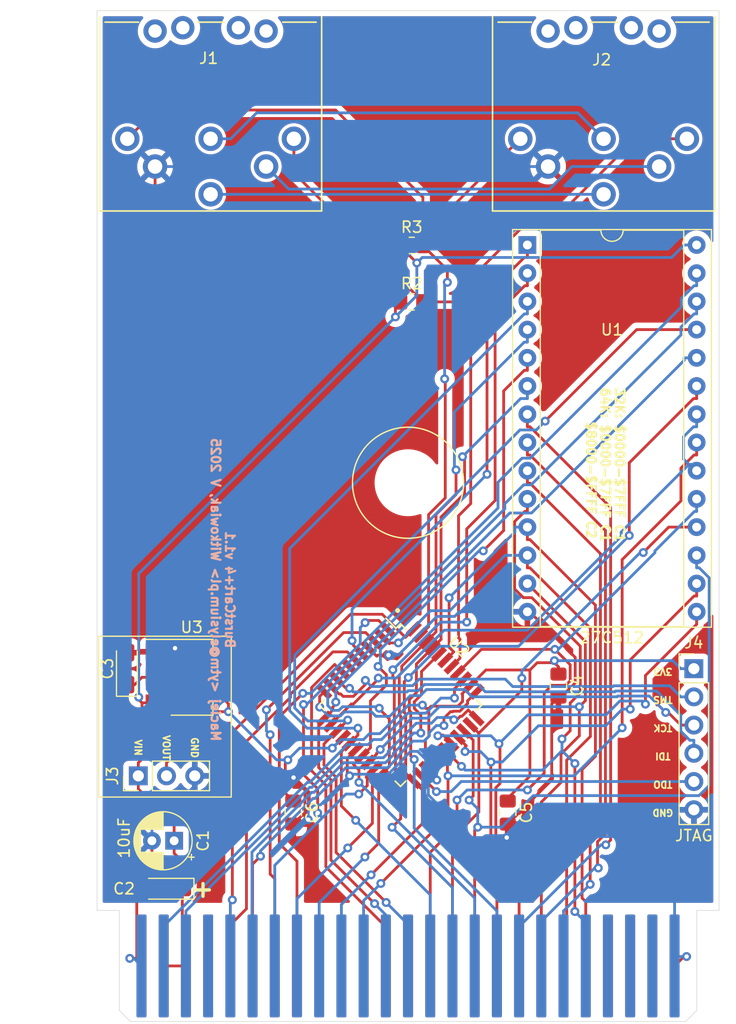
<source format=kicad_pcb>
(kicad_pcb (version 20211014) (generator pcbnew)
  (title_block (title "BurstCart+4") (date "2025-05-05") (rev "1.1") (company "YTM Enterprises") (comment 1 "Maciej Witkowiak <ytm@elysium.pl>"))
  (layers (0 "F.Cu" signal) (31 "B.Cu" signal) (34 "B.Paste" user) (35 "F.Paste" user) (36 "B.SilkS" user "B.Silkscreen") (37 "F.SilkS" user "F.Silkscreen") (38 "B.Mask" user) (39 "F.Mask" user) (44 "Edge.Cuts" user))
  (net 0 "")
  (net 2 "/~{IRQ}")
  (net 3 "/R{slash}~{W}")
  (net 4 "/PHI2")
  (net 5 "/D7")
  (net 6 "/D6")
  (net 7 "/D5")
  (net 8 "/D4")
  (net 9 "/D3")
  (net 10 "/D2")
  (net 11 "/D1")
  (net 12 "/D0")
  (net 13 "/~{RESET}")
  (net 14 "IEC_RESET")
  (net 15 "GND")
  (net 16 "IEC_ATN")
  (net 17 "IEC_CLK")
  (net 18 "IEC_DATA")
  (net 19 "VCC")
  (net 20 "/C1HI")
  (net 21 "/C2LO")
  (net 22 "/C2HI")
  (net 23 "/~{CS1}")
  (net 24 "/~{CS0}")
  (net 26 "/MUX")
  (net 27 "/BA")
  (net 28 "/AEC")
  (net 29 "/EXT_AUDIO")
  (net 30 "/NC2")
  (net 31 "/C1LO")
  (net 32 "/NC3")
  (net 33 "/~{RAS}")
  (net 34 "/PHI0")
  (net 35 "/A15")
  (net 36 "/A14")
  (net 37 "/A13")
  (net 38 "/A12")
  (net 39 "/A11")
  (net 40 "/A10")
  (net 41 "/A9")
  (net 42 "/A8")
  (net 43 "/A7")
  (net 44 "/A6")
  (net 45 "/A5")
  (net 46 "/A4")
  (net 47 "/A3")
  (net 48 "/A2")
  (net 49 "/A1")
  (net 50 "/A0")
  (net 51 "/NC1")
  (net 52 "/ROM_A15")
  (net 53 "/~{ROMCS}")
  (net 54 "IEC_SRQ")
  (net 55 "+3V3")
  (net 56 "/TMS")
  (net 57 "/TCK")
  (net 58 "/TDI")
  (net 59 "/TDO")
  (footprint "Package_TO_SOT_SMD:SOT-223-3_TabPin2" (layer "F.Cu") (at 128.778 111.774)
    (fp_text reference "U3")
    (fp_text value "AMS1117-3.3")
  )
  (footprint "Package_QFP:TQFP-44_10x10mm_P0.8mm" (layer "F.Cu") (at 147.574 114.2785 -45)
    (fp_text reference "U2")
    (fp_text value "XC9572XL-VQ44")
  )
  (footprint "burstcart:DIN6" (layer "F.Cu") (at 130.302 57.658)
    (fp_text reference "J1")
    (fp_text value "IEC")
  )
  (footprint "Package_DIP:DIP-28_W15.24mm_Socket" (layer "F.Cu") (at 158.999 72.8546)
    (fp_text reference "U1")
    (fp_text value "27C512")
  )
  (footprint "Capacitor_SMD:C_0805_2012Metric_Pad1.18x1.45mm_HandSolder" (layer "F.Cu") (at 137.922 123.952 -90)
    (fp_text reference "C6")
    (fp_text value "0.1uF")
  )
  (footprint "Capacitor_SMD:C_0805_2012Metric_Pad1.18x1.45mm_HandSolder" (layer "F.Cu") (at 157.226 123.952 -90)
    (fp_text reference "C5")
    (fp_text value "0.1uF")
  )
  (footprint "Connector_PinHeader_2.54mm:PinHeader_1x03_P2.54mm_Vertical" (layer "F.Cu") (at 123.967 120.65 90)
    (fp_text reference "J3")
    (fp_text value "AMS1117")
  )
  (footprint "c264-magic-cart-rev1:C16_CART" (layer "F.Cu") (at 122.2531 142.7596)
    (fp_text reference "U$1" hide)
    (fp_text value "C16_CARTRIDGE" hide)
    (fp_line (start 54 -10) (end 52 -10) (layer "Edge.Cuts") (width 0.05))
    (fp_line (start -2 -10) (end -2 -91) (layer "Edge.Cuts") (width 0.05))
    (fp_line (start -2 -10) (end 0 -10) (layer "Edge.Cuts") (width 0.05))
    (fp_line (start 51 0) (end 52 -1) (layer "Edge.Cuts") (width 0.05))
    (fp_line (start -2 -91) (end 54 -91) (layer "Edge.Cuts") (width 0.05))
    (fp_line (start 52 -1) (end 52 -10) (layer "Edge.Cuts") (width 0.05))
    (fp_line (start 0 -1) (end 0 -10) (layer "Edge.Cuts") (width 0.05))
    (fp_line (start 1 0) (end 51 0) (layer "Edge.Cuts") (width 0.05))
    (fp_line (start 54 -10) (end 54 -91) (layer "Edge.Cuts") (width 0.05))
    (fp_line (start 1 0) (end 0 -1) (layer "Edge.Cuts") (width 0.05))
  )
  (footprint "burstcart:DIN6" (layer "F.Cu") (at 165.688 57.658)
    (fp_text reference "J2")
    (fp_text value "IEC")
  )
  (footprint "Capacitor_THT:CP_Radial_D5.0mm_P2.00mm" (layer "F.Cu") (at 127.1931 126.492 180)
    (fp_text reference "C1")
    (fp_text value "10uF")
  )
  (footprint "Resistor_SMD:R_0805_2012Metric_Pad1.20x1.40mm_HandSolder" (layer "F.Cu") (at 148.59 72.898)
    (property "Value" "3K3")
    (fp_text reference "R3")
    (fp_text value "3K3")
  )
  (footprint "Capacitor_Tantalum_SMD:CP_EIA-3216-12_Kemet-S_Pad1.58x1.35mm_HandSolder" (layer "F.Cu") (at 126.492 130.81 180)
    (fp_text reference "C2")
    (fp_text value "10µ")
  )
  (footprint "Capacitor_Tantalum_SMD:CP_EIA-3216-12_Kemet-S_Pad1.58x1.35mm_HandSolder" (layer "F.Cu") (at 122.936 110.998 90)
    (fp_text reference "C3")
    (fp_text value "10µ")
  )
  (footprint "Resistor_SMD:R_0805_2012Metric_Pad1.20x1.40mm_HandSolder" (layer "F.Cu") (at 148.59 77.978)
    (property "Value" "3K3")
    (fp_text reference "R2")
    (fp_text value "3K3")
  )
  (footprint "Capacitor_SMD:C_0805_2012Metric_Pad1.18x1.45mm_HandSolder" (layer "F.Cu") (at 161.798 112.522 -90)
    (fp_text reference "C4")
    (fp_text value "0.1uF")
  )
  (footprint "Connector_PinHeader_2.54mm:PinHeader_1x06_P2.54mm_Vertical" (layer "F.Cu") (at 173.99 110.998)
    (fp_text reference "J4")
    (fp_text value "JTAG")
  )
  (gr_rect (start 132.334 122.555) (end 120.396 108.077) (layer "F.SilkS") (width 0.12) (fill none))
  (gr_text "BurstCart+4 v1.1\nMaciej <ytm@elysium.pl> Witkowiak, V 2025" (at 131.572 103.886 270) (layer "B.SilkS") (effects (font (size 0.8 0.8) (thickness 0.2)) (justify mirror)))
  (gr_text "GND" (at 129.032 118.11 270) (layer "F.SilkS") (effects (font (size 0.6 0.6))))
  (gr_text "VOUT" (at 126.492 118.11 270) (layer "F.SilkS") (effects (font (size 0.6 0.6))))
  (gr_text "." (at 147.32 105.156) (layer "F.SilkS") (effects (font (size 1.5 1.5) (thickness 0.3))))
  (gr_text "+" (at 129.794 130.81) (layer "F.SilkS") (effects (font (size 1.5 1.5) (thickness 0.3))))
  (gr_text "3V3" (at 171.196 111.252 180) (layer "F.SilkS") (effects (font (size 0.6 0.6))))
  (gr_text "TMS" (at 171.196 113.792 180) (layer "F.SilkS") (effects (font (size 0.6 0.6))))
  (gr_text "TDI" (at 171.196 118.872 180) (layer "F.SilkS") (effects (font (size 0.6 0.6))))
  (gr_text "32K: $0000-$7FFF C1\n64K: $0000-$7FFF C1\n     $8000-$FFFF C2" (at 166.0204 85.598 270) (layer "F.SilkS") (effects (font (size 0.8 0.8) (thickness 0.2)) (justify left)))
  (gr_text "TCK" (at 171.196 116.332 180) (layer "F.SilkS") (effects (font (size 0.6 0.6))))
  (gr_text "VIN" (at 123.952 118.11 270) (layer "F.SilkS") (effects (font (size 0.6 0.6))))
  (gr_text "TDO" (at 171.196 121.412 180) (layer "F.SilkS") (effects (font (size 0.6 0.6))))
  (gr_text "GND" (at 171.196 123.952 180) (layer "F.SilkS") (effects (font (size 0.6 0.6))))
  (segment (start 133.7053 117.5423) (end 133.7053 132.6121) (width 0.25) (layer "F.Cu") (net 3))
  (segment (start 137.6627 113.5849) (end 133.7053 117.5423) (width 0.25) (layer "F.Cu") (net 3))
  (segment (start 141.4828 109.4865) (end 137.6627 113.3066) (width 0.25) (layer "F.Cu") (net 3))
  (segment (start 137.6627 113.3066) (end 137.6627 113.5849) (width 0.25) (layer "F.Cu") (net 3))
  (segment (start 142.782 109.4865) (end 141.4828 109.4865) (width 0.25) (layer "F.Cu") (net 3))
  (segment (start 133.7053 132.6121) (end 132.2531 134.0643) (width 0.25) (layer "F.Cu") (net 3))
  (segment (start 132.2531 134.0643) (end 132.2531 137.7596) (width 0.25) (layer "F.Cu") (net 3))
  (segment (start 143.5435 110.248) (end 142.782 109.4865) (width 0.25) (layer "F.Cu") (net 3))
  (segment (start 162.8525 110.6411) (end 162.8525 112.0903) (width 0.25) (layer "F.Cu") (net 5))
  (segment (start 150.2531 137.7596) (end 150.2531 127.5288) (width 0.25) (layer "F.Cu") (net 5))
  (segment (start 152.6654 125.1165) (end 152.6654 122.8265) (width 0.25) (layer "F.Cu") (net 5))
  (segment (start 150.2531 127.5288) (end 152.6654 125.1165) (width 0.25) (layer "F.Cu") (net 5))
  (segment (start 160.5137 113.1847) (end 160.5137 120.4097) (width 0.25) (layer "F.Cu") (net 5))
  (segment (start 152.7359 111.3794) (end 154.8555 109.2598) (width 0.25) (layer "F.Cu") (net 5))
  (segment (start 161.2024 112.496) (end 160.5137 113.1847) (width 0.25) (layer "F.Cu") (net 5))
  (segment (start 161.4712 109.2598) (end 162.8525 110.6411) (width 0.25) (layer "F.Cu") (net 5))
  (segment (start 154.8555 109.2598) (end 161.4712 109.2598) (width 0.25) (layer "F.Cu") (net 5))
  (segment (start 162.4468 112.496) (end 161.2024 112.496) (width 0.25) (layer "F.Cu") (net 5))
  (segment (start 162.8525 112.0903) (end 162.4468 112.496) (width 0.25) (layer "F.Cu") (net 5))
  (segment (start 160.5137 120.4097) (end 159.004 121.9194) (width 0.25) (layer "F.Cu") (net 5))
  (via (at 159.004 121.9194) (size 0.8) (drill 0.4) (layers "F.Cu" "B.Cu") (net 5))
  (via (at 152.6654 122.8265) (size 0.8) (drill 0.4) (layers "F.Cu" "B.Cu") (net 5))
  (via (at 161.4712 109.2598) (size 0.8) (drill 0.4) (layers "F.Cu" "B.Cu") (net 5))
  (segment (start 161.7781 109.2598) (end 161.4712 109.2598) (width 0.25) (layer "B.Cu") (net 5))
  (segment (start 152.6654 122.8265) (end 153.5725 121.9194) (width 0.25) (layer "B.Cu") (net 5))
  (segment (start 174.239 96.8415) (end 174.0414 96.8415) (width 0.25) (layer "B.Cu") (net 5))
  (segment (start 170.4808 100.5571) (end 161.7781 109.2598) (width 0.25) (layer "B.Cu") (net 5))
  (segment (start 174.0414 96.8415) (end 170.4808 100.4021) (width 0.25) (layer "B.Cu") (net 5))
  (segment (start 170.4808 100.4021) (end 170.4808 100.5571) (width 0.25) (layer "B.Cu") (net 5))
  (segment (start 153.5725 121.9194) (end 159.004 121.9194) (width 0.25) (layer "B.Cu") (net 5))
  (segment (start 174.239 95.7146) (end 174.239 96.8415) (width 0.25) (layer "B.Cu") (net 5))
  (segment (start 158.4987 112.9379) (end 158.4987 111.8572) (width 0.25) (layer "F.Cu") (net 6))
  (segment (start 174.239 98.2546) (end 171.7205 98.2546) (width 0.25) (layer "F.Cu") (net 6))
  (segment (start 171.7205 98.2546) (end 169.4324 100.5427) (width 0.25) (layer "F.Cu") (net 6))
  (segment (start 153.8673 116.0463) (end 154.6288 116.8078) (width 0.25) (layer "F.Cu") (net 6))
  (segment (start 154.6288 123.9036) (end 154.6288 116.8078) (width 0.25) (layer "F.Cu") (net 6))
  (segment (start 152.2531 137.7596) (end 152.2531 126.2793) (width 0.25) (layer "F.Cu") (net 6))
  (segment (start 152.2531 126.2793) (end 154.6288 123.9036) (width 0.25) (layer "F.Cu") (net 6))
  (segment (start 154.6288 116.8078) (end 158.4987 112.9379) (width 0.25) (layer "F.Cu") (net 6))
  (via (at 169.4324 100.5427) (size 0.8) (drill 0.4) (layers "F.Cu" "B.Cu") (net 6))
  (via (at 158.4987 111.8572) (size 0.8) (drill 0.4) (layers "F.Cu" "B.Cu") (net 6))
  (segment (start 169.4324 100.5427) (end 169.154 100.5427) (width 0.25) (layer "B.Cu") (net 6))
  (segment (start 158.4988 111.8572) (end 158.4987 111.8572) (width 0.25) (layer "B.Cu") (net 6))
  (segment (start 169.154 100.5427) (end 158.4988 111.1979) (width 0.25) (layer "B.Cu") (net 6))
  (segment (start 158.4988 111.1979) (end 158.4988 111.8572) (width 0.25) (layer "B.Cu") (net 6))
  (segment (start 154.1172 117.4276) (end 154.063 117.3734) (width 0.25) (layer "F.Cu") (net 7))
  (segment (start 154.2531 137.7596) (end 154.2531 125.5425) (width 0.25) (layer "F.Cu") (net 7))
  (segment (start 154.1172 122.4629) (end 154.1172 117.4276) (width 0.25) (layer "F.Cu") (net 7))
  (segment (start 153.7524 122.8277) (end 154.1172 122.4629) (width 0.25) (layer "F.Cu") (net 7))
  (segment (start 153.3016 116.612) (end 154.063 117.3734) (width 0.25) (layer "F.Cu") (net 7))
  (segment (start 154.2531 125.5425) (end 154.5276 125.268) (width 0.25) (layer "F.Cu") (net 7))
  (via (at 154.5276 125.268) (size 0.8) (drill 0.4) (layers "F.Cu" "B.Cu") (net 7))
  (via (at 153.7524 122.8277) (size 0.8) (drill 0.4) (layers "F.Cu" "B.Cu") (net 7))
  (segment (start 154.5276 125.268) (end 156.6834 125.268) (width 0.25) (layer "B.Cu") (net 7))
  (segment (start 174.239 100.7946) (end 174.239 101.9215) (width 0.25) (layer "B.Cu") (net 7))
  (segment (start 154.5276 123.6029) (end 153.7524 122.8277) (width 0.25) (layer "B.Cu") (net 7))
  (segment (start 175.3659 121.5135) (end 175.3659 102.8149) (width 0.25) (layer "B.Cu") (net 7))
  (segment (start 174.4531 122.4263) (end 175.3659 121.5135) (width 0.25) (layer "B.Cu") (net 7))
  (segment (start 175.3659 102.8149) (end 174.4725 101.9215) (width 0.25) (layer "B.Cu") (net 7))
  (segment (start 156.6834 125.268) (end 159.5251 122.4263) (width 0.25) (layer "B.Cu") (net 7))
  (segment (start 174.4725 101.9215) (end 174.239 101.9215) (width 0.25) (layer "B.Cu") (net 7))
  (segment (start 159.5251 122.4263) (end 174.4531 122.4263) (width 0.25) (layer "B.Cu") (net 7))
  (segment (start 154.5276 125.268) (end 154.5276 123.6029) (width 0.25) (layer "B.Cu") (net 7))
  (segment (start 155.70888 130.56288) (end 155.70888 119.41602) (width 0.25) (layer "F.Cu") (net 8))
  (segment (start 168.259 110.208) (end 174.0055 104.4615) (width 0.25) (layer "F.Cu") (net 8))
  (segment (start 153.3842 118.4605) (end 153.3842 118.0523) (width 0.25) (layer "F.Cu") (net 8))
  (segment (start 174.0055 104.4615) (end 174.239 104.4615) (width 0.25) (layer "F.Cu") (net 8))
  (segment (start 153.3842 118.0523) (end 153.4974 117.9391) (width 0.25) (layer "F.Cu") (net 8))
  (segment (start 174.239 103.3346) (end 174.239 104.4615) (width 0.25) (layer "F.Cu") (net 8))
  (segment (start 156.2531 131.1071) (end 155.70888 130.56288) (width 0.25) (layer "F.Cu") (net 8))
  (segment (start 168.259 114.64) (end 168.259 110.208) (width 0.25) (layer "F.Cu") (net 8))
  (segment (start 156.2531 137.7596) (end 156.2531 131.1071) (width 0.25) (layer "F.Cu") (net 8))
  (segment (start 152.7359 117.1776) (end 153.4974 117.9391) (width 0.25) (layer "F.Cu") (net 8))
  (via (at 153.3842 118.4605) (size 0.8) (drill 0.4) (layers "F.Cu" "B.Cu") (net 8))
  (via (at 168.259 114.64) (size 0.8) (drill 0.4) (layers "F.Cu" "B.Cu") (net 8))
  (via (at 155.7214 119.4035) (size 0.8) (drill 0.4) (layers "F.Cu" "B.Cu") (net 8))
  (segment (start 159.9995 116.1375) (end 156.7335 119.4035) (width 0.25) (layer "B.Cu") (net 8))
  (segment (start 168.259 114.64) (end 167.5494 114.64) (width 0.25) (layer "B.Cu") (net 8))
  (segment (start 155.7214 119.4035) (end 154.7784 118.4605) (width 0.25) (layer "B.Cu") (net 8))
  (segment (start 166.0519 116.1375) (end 159.9995 116.1375) (width 0.25) (layer "B.Cu") (net 8))
  (segment (start 156.7335 119.4035) (end 155.7214 119.4035) (width 0.25) (layer "B.Cu") (net 8))
  (segment (start 154.7784 118.4605) (end 153.3842 118.4605) (width 0.25) (layer "B.Cu") (net 8))
  (segment (start 167.5494 114.64) (end 166.0519 116.1375) (width 0.25) (layer "B.Cu") (net 8))
  (segment (start 156.1584 121.7134) (end 156.1584 127.6937) (width 0.25) (layer "F.Cu") (net 9))
  (segment (start 158.2531 129.7884) (end 158.2531 137.7596) (width 0.25) (layer "F.Cu") (net 9))
  (segment (start 156.5323 121.3395) (end 156.1584 121.7134) (width 0.25) (layer "F.Cu") (net 9))
  (segment (start 156.5323 117.8541) (end 156.5323 121.3395) (width 0.25) (layer "F.Cu") (net 9))
  (segment (start 150.9963 116.9818) (end 150.9383 117.0398) (width 0.25) (layer "F.Cu") (net 9))
  (segment (start 174.239 105.8746) (end 174.239 107.0015) (width 0.25) (layer "F.Cu") (net 9))
  (segment (start 169.6278 114.1914) (end 169.6278 111.6127) (width 0.25) (layer "F.Cu") (net 9))
  (segment (start 151.4087 116.9818) (end 150.9963 116.9818) (width 0.25) (layer "F.Cu") (net 9))
  (segment (start 169.6278 111.6127) (end 174.239 107.0015) (width 0.25) (layer "F.Cu") (net 9))
  (segment (start 156.1584 127.6937) (end 158.2531 129.7884) (width 0.25) (layer "F.Cu") (net 9))
  (segment (start 152.1702 117.7433) (end 151.4087 116.9818) (width 0.25) (layer "F.Cu") (net 9))
  (segment (start 156.4384 117.7602) (end 156.5323 117.8541) (width 0.25) (layer "F.Cu") (net 9))
  (via (at 169.6278 114.1914) (size 0.8) (drill 0.4) (layers "F.Cu" "B.Cu") (net 9))
  (via (at 150.9383 117.0398) (size 0.8) (drill 0.4) (layers "F.Cu" "B.Cu") (net 9))
  (via (at 156.4384 117.7602) (size 0.8) (drill 0.4) (layers "F.Cu" "B.Cu") (net 9))
  (segment (start 167.3193 113.9128) (end 169.3492 113.9128) (width 0.25) (layer "B.Cu") (net 9))
  (segment (start 155.718 117.0398) (end 150.9383 117.0398) (width 0.25) (layer "B.Cu") (net 9))
  (segment (start 169.3492 113.9128) (end 169.6278 114.1914) (width 0.25) (layer "B.Cu") (net 9))
  (segment (start 166.0798 115.1523) (end 167.3193 113.9128) (width 0.25) (layer "B.Cu") (net 9))
  (segment (start 156.4384 117.7602) (end 155.718 117.0398) (width 0.25) (layer "B.Cu") (net 9))
  (segment (start 156.4384 117.7602) (end 159.0463 115.1523) (width 0.25) (layer "B.Cu") (net 9))
  (segment (start 159.0463 115.1523) (end 166.0798 115.1523) (width 0.25) (layer "B.Cu") (net 9))
  (segment (start 164.2187 108.5543) (end 158.999 103.3346) (width 0.25) (layer "F.Cu") (net 10))
  (segment (start 163.6755 114.4254) (end 164.2187 113.8822) (width 0.25) (layer "F.Cu") (net 10))
  (segment (start 144.6749 119.4404) (end 145.4364 118.6789) (width 0.25) (layer "F.Cu") (net 10))
  (segment (start 145.4363 118.6789) (end 145.4364 118.6789) (width 0.25) (layer "F.Cu") (net 10))
  (segment (start 160.2531 137.7596) (end 160.2531 123.0114) (width 0.25) (layer "F.Cu") (net 10))
  (segment (start 162.0266 118.6916) (end 163.6755 117.0427) (width 0.25) (layer "F.Cu") (net 10))
  (segment (start 160.2531 123.0114) (end 162.0266 121.2379) (width 0.25) (layer "F.Cu") (net 10))
  (segment (start 164.2187 113.8822) (end 164.2187 108.5543) (width 0.25) (layer "F.Cu") (net 10))
  (segment (start 162.0266 121.2379) (end 162.0266 118.6916) (width 0.25) (layer "F.Cu") (net 10))
  (segment (start 145.4363 118.5859) (end 145.4363 118.6789) (width 0.25) (layer "F.Cu") (net 10))
  (segment (start 163.6755 117.0427) (end 163.6755 114.4254) (width 0.25) (layer "F.Cu") (net 10))
  (segment (start 145.7502 118.272) (end 145.4363 118.5859) (width 0.25) (layer "F.Cu") (net 10))
  (via (at 145.7502 118.272) (size 0.8) (drill 0.4) (layers "F.Cu" "B.Cu") (net 10))
  (via (at 163.6755 114.4254) (size 0.8) (drill 0.4) (layers "F.Cu" "B.Cu") (net 10))
  (segment (start 151.0694 114.4254) (end 163.6755 114.4254) (width 0.25) (layer "B.Cu") (net 10))
  (segment (start 148.5639 115.4583) (end 150.0365 115.4583) (width 0.25) (layer "B.Cu") (net 10))
  (segment (start 150.0365 115.4583) (end 151.0694 114.4254) (width 0.25) (layer "B.Cu") (net 10))
  (segment (start 145.7502 118.272) (end 148.5639 115.4583) (width 0.25) (layer "B.Cu") (net 10))
  (segment (start 145.8062 107.9852) (end 146.5677 108.7467) (width 0.25) (layer "F.Cu") (net 11))
  (segment (start 162.2531 137.7596) (end 162.5353 137.4774) (width 0.25) (layer "F.Cu") (net 11))
  (segment (start 146.5677 108.7467) (end 146.6359 108.6785) (width 0.25) (layer "F.Cu") (net 11))
  (segment (start 162.5353 119.234) (end 164.6721 117.0972) (width 0.25) (layer "F.Cu") (net 11))
  (segment (start 164.6721 107.3633) (end 159.2303 101.9215) (width 0.25) (layer "F.Cu") (net 11))
  (segment (start 159.2303 101.9215) (end 158.999 101.9215) (width 0.25) (layer "F.Cu") (net 11))
  (segment (start 158.999 100.7946) (end 158.999 101.9215) (width 0.25) (layer "F.Cu") (net 11))
  (segment (start 146.6359 108.6785) (end 147.3831 108.6785) (width 0.25) (layer "F.Cu") (net 11))
  (segment (start 164.6721 117.0972) (end 164.6721 107.3633) (width 0.25) (layer "F.Cu") (net 11))
  (segment (start 162.5353 137.4774) (end 162.5353 119.234) (width 0.25) (layer "F.Cu") (net 11))
  (via (at 147.3831 108.6785) (size 0.8) (drill 0.4) (layers "F.Cu" "B.Cu") (net 11))
  (segment (start 152.0073 105.7797) (end 150.2819 105.7797) (width 0.25) (layer "B.Cu") (net 11))
  (segment (start 150.2819 105.7797) (end 147.3831 108.6785) (width 0.25) (layer "B.Cu") (net 11))
  (segment (start 156.9924 100.7946) (end 152.0073 105.7797) (width 0.25) (layer "B.Cu") (net 11))
  (segment (start 156.9924 100.7946) (end 158.999 100.7946) (width 0.25) (layer "B.Cu") (net 11))
  (segment (start 151.6045 110.248) (end 152.366 109.4865) (width 0.25) (layer "F.Cu") (net 12))
  (segment (start 164.2531 137.7596) (end 164.2531 131.9753) (width 0.25) (layer "F.Cu") (net 12))
  (segment (start 151.9508 109.0713) (end 152.366 109.4865) (width 0.25) (layer "F.Cu") (net 12))
  (segment (start 164.2531 131.9753) (end 163.9234 131.6456) (width 0.25) (layer "F.Cu") (net 12))
  (segment (start 163.9234 120.0829) (end 165.124 118.8823) (width 0.25) (layer "F.Cu") (net 12))
  (segment (start 165.124 118.8823) (end 165.124 105.273) (width 0.25) (layer "F.Cu") (net 12))
  (segment (start 151.9508 104.617) (end 151.9508 109.0713) (width 0.25) (layer "F.Cu") (net 12))
  (segment (start 163.9234 131.6456) (end 163.9234 120.0829) (width 0.25) (layer "F.Cu") (net 12))
  (segment (start 165.124 105.273) (end 159.2325 99.3815) (width 0.25) (layer "F.Cu") (net 12))
  (segment (start 158.999 98.2546) (end 158.999 99.3815) (width 0.25) (layer "F.Cu") (net 12))
  (segment (start 159.2325 99.3815) (end 158.999 99.3815) (width 0.25) (layer "F.Cu") (net 12))
  (via (at 151.9508 104.617) (size 0.8) (drill 0.4) (layers "F.Cu" "B.Cu") (net 12))
  (segment (start 158.999 98.2546) (end 157.8721 98.2546) (width 0.25) (layer "B.Cu") (net 12))
  (segment (start 157.8721 98.2546) (end 157.8721 98.6957) (width 0.25) (layer "B.Cu") (net 12))
  (segment (start 157.8721 98.6957) (end 151.9508 104.617) (width 0.25) (layer "B.Cu") (net 12))
  (segment (start 153.4304 114.9602) (end 153.6715 114.7191) (width 0.25) (layer "F.Cu") (net 13))
  (segment (start 153.1109 115.2774) (end 153.4281 114.9602) (width 0.25) (layer "F.Cu") (net 13))
  (segment (start 153.4281 114.9602) (end 153.4304 114.9602) (width 0.25) (layer "F.Cu") (net 13))
  (segment (start 152.6463 115.5975) (end 152.9664 115.2774) (width 0.25) (layer "F.Cu") (net 13))
  (segment (start 154.4329 115.4806) (end 153.6715 114.7191) (width 0.25) (layer "F.Cu") (net 13))
  (segment (start 152.378 115.5975) (end 152.6463 115.5975) (width 0.25) (layer "F.Cu") (net 13))
  (segment (start 152.9664 115.2774) (end 153.1109 115.2774) (width 0.25) (layer "F.Cu") (net 13))
  (via (at 152.378 115.5975) (size 0.8) (drill 0.4) (layers "F.Cu" "B.Cu") (net 13))
  (segment (start 139.5973 121.6824) (end 142.2651 119.0146) (width 0.25) (layer "B.Cu") (net 13))
  (segment (start 128.2531 137.7596) (end 128.2531 132.8174) (width 0.25) (layer "B.Cu") (net 13))
  (segment (start 152.1724 115.3919) (end 152.378 115.5975) (width 0.25) (layer "B.Cu") (net 13))
  (segment (start 146.4771 118.4259) (end 148.9928 115.9102) (width 0.25) (layer "B.Cu") (net 13))
  (segment (start 150.8735 115.3919) (end 152.1724 115.3919) (width 0.25) (layer "B.Cu") (net 13))
  (segment (start 146.0356 119.0146) (end 146.4771 118.5731) (width 0.25) (layer "B.Cu") (net 13))
  (segment (start 139.3881 121.6824) (end 139.5973 121.6824) (width 0.25) (layer "B.Cu") (net 13))
  (segment (start 148.9928 115.9102) (end 150.3552 115.9102) (width 0.25) (layer "B.Cu") (net 13))
  (segment (start 142.2651 119.0146) (end 146.0356 119.0146) (width 0.25) (layer "B.Cu") (net 13))
  (segment (start 150.3552 115.9102) (end 150.8735 115.3919) (width 0.25) (layer "B.Cu") (net 13))
  (segment (start 146.4771 118.5731) (end 146.4771 118.4259) (width 0.25) (layer "B.Cu") (net 13))
  (segment (start 128.2531 132.8174) (end 139.3881 121.6824) (width 0.25) (layer "B.Cu") (net 13))
  (segment (start 165.862 68.294) (end 130.476 68.294) (width 0.25) (layer "B.Cu") (net 14))
  (segment (start 145.5343 109.7801) (end 145.4364 109.878) (width 0.25) (layer "F.Cu") (net 15))
  (segment (start 163.3044 109.9803) (end 163.3044 112.2801) (width 0.25) (layer "F.Cu") (net 15))
  (segment (start 123.8293 137.3358) (end 124.2531 137.7596) (width 0.25) (layer "F.Cu") (net 15))
  (segment (start 159.1987 105.8746) (end 163.3044 109.9803) (width 0.25) (layer "F.Cu") (net 15))
  (segment (start 125.1931 126.492) (end 125.1931 130.6714) (width 0.25) (layer "F.Cu") (net 15))
  (segment (start 123.8293 132.0352) (end 123.8293 137.0767) (width 0.25) (layer "F.Cu") (net 15))
  (segment (start 163.3044 112.2801) (end 162.025 113.5595) (width 0.25) (layer "F.Cu") (net 15))
  (segment (start 125.476 65.794) (end 125.476 108.2451) (width 0.25) (layer "F.Cu") (net 15))
  (segment (start 143.5435 118.309) (end 142.782 119.0705) (width 0.25) (layer "F.Cu") (net 15))
  (segment (start 125.1931 130.6714) (end 125.0545 130.81) (width 0.25) (layer "F.Cu") (net 15))
  (segment (start 138.817 124.1404) (end 139.2685 124.5919) (width 0.25) (layer "F.Cu") (net 15))
  (segment (start 123.8293 137.0767) (end 123.8293 137.3358) (width 0.25) (layer "F.Cu") (net 15))
  (segment (start 142.782 119.0705) (end 142.782 120.4389) (width 0.25) (layer "F.Cu") (net 15))
  (segment (start 125.628 109.474) (end 126.9549 109.474) (width 0.25) (layer "F.Cu") (net 15))
  (segment (start 158.999 105.8746) (end 159.1987 105.8746) (width 0.25) (layer "F.Cu") (net 15))
  (segment (start 149.9075 120.0061) (end 150.8424 120.941) (width 0.25) (layer "F.Cu") (net 15))
  (segment (start 157.226 126.1156) (end 157.1397 126.2019) (width 0.25) (layer "F.Cu") (net 15))
  (segment (start 162.025 113.5595) (end 161.798 113.5595) (width 0.25) (layer "F.Cu") (net 15))
  (segment (start 161.1907 114.1668) (end 161.798 113.5595) (width 0.25) (layer "F.Cu") (net 15))
  (segment (start 150.8424 120.941) (end 150.8424 121.0223) (width 0.25) (layer "F.Cu") (net 15))
  (segment (start 125.0545 130.81) (end 123.8293 132.0352) (width 0.25) (layer "F.Cu") (net 15))
  (segment (start 173.1007 136.912) (end 172.2531 137.7596) (width 0.25) (layer "F.Cu") (net 15))
  (segment (start 126.9549 109.474) (end 127.274 109.1549) (width 0.25) (layer "F.Cu") (net 15))
  (segment (start 173.3336 136.912) (end 173.1007 136.912) (width 0.25) (layer "F.Cu") (net 15))
  (segment (start 125.476 108.2451) (end 125.628 108.3971) (width 0.25) (layer "F.Cu") (net 15))
  (segment (start 157.226 124.9895) (end 157.226 126.1156) (width 0.25) (layer "F.Cu") (net 15))
  (segment (start 125.628 109.474) (end 123.0225 109.474) (width 0.25) (layer "F.Cu") (net 15))
  (segment (start 138.9749 123.9825) (end 138.9749 121.8301) (width 0.25) (layer "F.Cu") (net 15))
  (segment (start 144.6749 109.1166) (end 145.4364 109.878) (width 0.25) (layer "F.Cu") (net 15))
  (segment (start 138.9749 121.8301) (end 137.9446 120.7998) (width 0.25) (layer "F.Cu") (net 15))
  (segment (start 142.782 120.4389) (end 142.9885 120.6454) (width 0.25) (layer "F.Cu") (net 15))
  (segment (start 123.0225 109.474) (end 122.936 109.5605) (width 0.25) (layer "F.Cu") (net 15))
  (segment (start 123.8293 137.0767) (end 123.1976 137.0767) (width 0.25) (layer "F.Cu") (net 15))
  (segment (start 138.817 124.1404) (end 138.9749 123.9825) (width 0.25) (layer "F.Cu") (net 15))
  (segment (start 146.4918 109.7801) (end 145.5343 109.7801) (width 0.25) (layer "F.Cu") (net 15))
  (segment (start 125.628 109.474) (end 125.628 108.3971) (width 0.25) (layer "F.Cu") (net 15))
  (segment (start 137.922 124.9895) (end 138.7711 124.1404) (width 0.25) (layer "F.Cu") (net 15))
  (segment (start 157.226 124.9895) (end 161.1907 121.0248) (width 0.25) (layer "F.Cu") (net 15))
  (segment (start 161.1907 121.0248) (end 161.1907 114.1668) (width 0.25) (layer "F.Cu") (net 15))
  (segment (start 138.7711 124.1404) (end 138.817 124.1404) (width 0.25) (layer "F.Cu") (net 15))
  (via (at 146.4918 109.7801) (size 0.8) (drill 0.4) (layers "F.Cu" "B.Cu") (net 15))
  (via (at 142.9885 120.6454) (size 0.8) (drill 0.4) (layers "F.Cu" "B.Cu") (net 15))
  (via (at 139.2685 124.5919) (size 0.8) (drill 0.4) (layers "F.Cu" "B.Cu") (net 15))
  (via (at 150.8424 121.0223) (size 0.8) (drill 0.4) (layers "F.Cu" "B.Cu") (net 15))
  (via (at 127.274 109.1549) (size 0.8) (drill 0.4) (layers "F.Cu" "B.Cu") (net 15))
  (via (at 157.1397 126.2019) (size 0.8) (drill 0.4) (layers "F.Cu" "B.Cu") (net 15))
  (via (at 123.1976 137.0767) (size 0.8) (drill 0.4) (layers "F.Cu" "B.Cu") (net 15))
  (via (at 137.9446 120.7998) (size 0.8) (drill 0.4) (layers "F.Cu" "B.Cu") (net 15))
  (via (at 173.3336 136.912) (size 0.8) (drill 0.4) (layers "F.Cu" "B.Cu") (net 15))
  (segment (start 171.7522 126.1109) (end 157.2307 126.1109) (width 0.25) (layer "B.Cu") (net 15))
  (segment (start 139.2686 123.8055) (end 139.2686 124.5919) (width 0.25) (layer "B.Cu") (net 15))
  (segment (start 139.8144 123.2597) (end 139.2686 123.8055) (width 0.25) (layer "B.Cu") (net 15))
  (segment (start 125.1931 125.3925) (end 125.1931 126.492) (width 0.25) (layer "B.Cu") (net 15))
  (segment (start 143.1329 120.501) (end 142.9885 120.6454) (width 0.25) (layer "B.Cu") (net 15))
  (segment (start 150.081 122.3652) (end 153.9177 126.2019) (width 0.25) (layer "B.Cu") (net 15))
  (segment (start 157.2307 126.1109) (end 157.1397 126.2019) (width 0.25) (layer "B.Cu") (net 15))
  (segment (start 142.9885 120.6454) (end 140.3742 123.2597) (width 0.25) (layer "B.Cu") (net 15))
  (segment (start 150.081 121.0615) (end 150.081 122.3652) (width 0.25) (layer "B.Cu") (net 15))
  (segment (start 148.4807 118.4431) (end 147.8328 119.091) (width 0.25) (layer "B.Cu") (net 15))
  (segment (start 123.5702 137.0767) (end 123.1976 137.0767) (width 0.25) (layer "B.Cu") (net 15))
  (segment (start 152.8697 105.8746) (end 158.999 105.8746) (width 0.25) (layer "B.Cu") (net 15))
  (segment (start 147.8328 119.1347) (end 146.4665 120.501) (width 0.25) (layer "B.Cu") (net 15))
  (segment (start 129.047 120.65) (end 129.047 110.9279) (width 0.25) (layer "B.Cu") (net 15))
  (segment (start 150.8589 106.2931) (end 147.3719 109.7801) (width 0.25) (layer "B.Cu") (net 15))
  (segment (start 153.9177 126.2019) (end 157.1397 126.2019) (width 0.25) (layer "B.Cu") (net 15))
  (segment (start 136.107474 64.269489) (end 132.326511 64.269489) (width 0.25) (layer "B.Cu") (net 15))
  (segment (start 132.326511 64.269489) (end 130.802 65.794) (width 0.25) (layer "B.Cu") (net 15))
  (segment (start 129.047 120.65) (end 129.047 121.5386) (width 0.25) (layer "B.Cu") (net 15))
  (segment (start 139.2686 124.5919) (end 139.2685 124.5919) (width 0.25) (layer "B.Cu") (net 15))
  (segment (start 124.2531 137.7596) (end 123.5702 137.0767) (width 0.25) (layer "B.Cu") (net 15))
  (segment (start 152.4512 106.2931) (end 150.8589 106.2931) (width 0.25) (layer "B.Cu") (net 15))
  (segment (start 160.862 65.794) (end 137.631985 65.794) (width 0.25) (layer "B.Cu") (net 15))
  (segment (start 129.047 121.5386) (end 125.1931 125.3925) (width 0.25) (layer "B.Cu") (net 15))
  (segment (start 129.047 120.65) (end 130.2239 120.65) (width 0.25) (layer "B.Cu") (net 15))
  (segment (start 137.9446 120.7998) (end 130.3737 120.7998) (width 0.25) (layer "B.Cu") (net 15))
  (segment (start 172.2531 126.6118) (end 172.2531 136.912) (width 0.25) (layer "B.Cu") (net 15))
  (segment (start 129.047 110.9279) (end 127.274 109.1549) (width 0.25) (layer "B.Cu") (net 15))
  (segment (start 140.3742 123.2597) (end 139.8144 123.2597) (width 0.25) (layer "B.Cu") (net 15))
  (segment (start 130.3737 120.7998) (end 130.2239 120.65) (width 0.25) (layer "B.Cu") (net 15))
  (segment (start 146.4665 120.501) (end 143.1329 120.501) (width 0.25) (layer "B.Cu") (net 15))
  (segment (start 137.631985 65.794) (end 136.107474 64.269489) (width 0.25) (layer "B.Cu") (net 15))
  (segment (start 150.1202 121.0223) (end 150.1202 119.4407) (width 0.25) (layer "B.Cu") (net 15))
  (segment (start 150.8424 121.0223) (end 150.1202 121.0223) (width 0.25) (layer "B.Cu") (net 15))
  (segment (start 172.2531 126.6118) (end 171.7522 126.1109) (width 0.25) (layer "B.Cu") (net 15))
  (segment (start 147.3719 109.7801) (end 146.4918 109.7801) (width 0.25) (layer "B.Cu") (net 15))
  (segment (start 149.1226 118.4431) (end 148.4807 118.4431) (width 0.25) (layer "B.Cu") (net 15))
  (segment (start 173.99 124.8749) (end 172.2531 126.6118) (width 0.25) (layer "B.Cu") (net 15))
  (segment (start 130.802 65.794) (end 125.476 65.794) (width 0.25) (layer "B.Cu") (net 15))
  (segment (start 152.8697 105.8746) (end 152.4512 106.2931) (width 0.25) (layer "B.Cu") (net 15))
  (segment (start 173.99 123.698) (end 173.99 124.8749) (width 0.25) (layer "B.Cu") (net 15))
  (segment (start 147.8328 119.091) (end 147.8328 119.1347) (width 0.25) (layer "B.Cu") (net 15))
  (segment (start 172.2531 136.912) (end 173.3336 136.912) (width 0.25) (layer "B.Cu") (net 15))
  (segment (start 150.1202 121.0223) (end 150.081 121.0615) (width 0.25) (layer "B.Cu") (net 15))
  (segment (start 150.1202 119.4407) (end 149.1226 118.4431) (width 0.25) (layer "B.Cu") (net 15))
  (segment (start 172.2531 136.912) (end 172.2531 137.7596) (width 0.25) (layer "B.Cu") (net 15))
  (segment (start 165.862 63.294) (end 163.528 60.96) (width 0.25) (layer "B.Cu") (net 16))
  (segment (start 163.528 60.96) (end 134.62 60.96) (width 0.25) (layer "B.Cu") (net 16))
  (segment (start 132.286 63.294) (end 130.476 63.294) (width 0.25) (layer "B.Cu") (net 16))
  (segment (start 134.62 60.96) (end 132.286 63.294) (width 0.25) (layer "B.Cu") (net 16))
  (segment (start 163.017985 65.794) (end 160.993985 67.818) (width 0.25) (layer "B.Cu") (net 17))
  (segment (start 170.862 65.794) (end 163.017985 65.794) (width 0.25) (layer "B.Cu") (net 17))
  (segment (start 137.5 67.818) (end 135.476 65.794) (width 0.25) (layer "B.Cu") (net 17))
  (segment (start 160.993985 67.818) (end 137.5 67.818) (width 0.25) (layer "B.Cu") (net 17))
  (segment (start 153.8987 75.8926) (end 153.8987 77.978) (width 0.25) (layer "F.Cu") (net 18))
  (segment (start 137.976 66.364) (end 137.976 63.294) (width 0.25) (layer "F.Cu") (net 18))
  (segment (start 173.362 63.294) (end 168.706015 63.294) (width 0.25) (layer "F.Cu") (net 18))
  (segment (start 153.8986 77.978) (end 149.59 77.978) (width 0.25) (layer "F.Cu") (net 18))
  (segment (start 160.839415 71.1606) (end 158.6307 71.1606) (width 0.25) (layer "F.Cu") (net 18))
  (segment (start 153.8987 77.978) (end 153.8986 77.978) (width 0.25) (layer "F.Cu") (net 18))
  (segment (start 152.8009 108.2103) (end 152.9317 108.3411) (width 0.25) (layer "F.Cu") (net 18))
  (segment (start 149.59 77.978) (end 137.976 66.364) (width 0.25) (layer "F.Cu") (net 18))
  (segment (start 152.9317 108.3411) (end 152.9317 110.0522) (width 0.25) (layer "F.Cu") (net 18))
  (segment (start 168.706015 63.294) (end 160.839415 71.1606) (width 0.25) (layer "F.Cu") (net 18))
  (segment (start 152.8009 97.2332) (end 152.8009 108.2103) (width 0.25) (layer "F.Cu") (net 18))
  (segment (start 153.8986 96.1355) (end 152.8009 97.2332) (width 0.25) (layer "F.Cu") (net 18))
  (segment (start 153.8986 77.978) (end 153.8986 96.1355) (width 0.25) (layer "F.Cu") (net 18))
  (segment (start 158.6307 71.1606) (end 153.8987 75.8926) (width 0.25) (layer "F.Cu") (net 18))
  (segment (start 152.1702 110.8137) (end 152.9317 110.0522) (width 0.25) (layer "F.Cu") (net 18))
  (segment (start 125.628 114.074) (end 124.3011 114.074) (width 0.25) (layer "F.Cu") (net 19))
  (segment (start 127.1931 125.053) (end 123.967 121.8269) (width 0.25) (layer "F.Cu") (net 19))
  (segment (start 127.9295 130.81) (end 127.9295 137.436) (width 0.25) (layer "F.Cu") (net 19))
  (segment (start 123.967 120.65) (end 123.967 121.8269) (width 0.25) (layer "F.Cu") (net 19))
  (segment (start 127.9295 128.3553) (end 127.9295 130.81) (width 0.25) (layer "F.Cu") (net 19))
  (segment (start 126.2531 137.7596) (end 128.2531 137.7596) (width 0.25) (layer "F.Cu") (net 19))
  (segment (start 123.967 120.65) (end 123.967 119.4731) (width 0.25) (layer "F.Cu") (net 19))
  (segment (start 127.9295 137.436) (end 128.2531 137.7596) (width 0.25) (layer "F.Cu") (net 19))
  (segment (start 127.1931 126.8555) (end 127.1931 127.6189) (width 0.25) (layer "F.Cu") (net 19))
  (segment (start 127.1931 126.8555) (end 127.1931 126.492) (width 0.25) (layer "F.Cu") (net 19))
  (segment (start 147.1166 78.4514) (end 147.1166 79.3341) (width 0.25) (layer "F.Cu") (net 19))
  (segment (start 147.59 77.978) (end 147.1166 78.4514) (width 0.25) (layer "F.Cu") (net 19))
  (segment (start 124.3011 114.074) (end 124.0068 113.7797) (width 0.25) (layer "F.Cu") (net 19))
  (segment (start 123.967 119.4731) (end 124.3011 119.139) (width 0.25) (layer "F.Cu") (net 19))
  (segment (start 147.59 73.015) (end 147.59 72.898) (width 0.25) (layer "F.Cu") (net 19))
  (segment (start 124.3011 119.139) (end 124.3011 114.074) (width 0.25) (layer "F.Cu") (net 19))
  (segment (start 127.1931 127.6189) (end 127.9295 128.3553) (width 0.25) (layer "F.Cu") (net 19))
  (segment (start 149.0442 74.4692) (end 147.59 73.015) (width 0.25) (layer "F.Cu") (net 19))
  (segment (start 127.1931 126.492) (end 127.1931 125.053) (width 0.25) (layer "F.Cu") (net 19))
  (segment (start 124.0068 113.7797) (end 124.0068 113.5653) (width 0.25) (layer "F.Cu") (net 19))
  (via (at 147.1166 79.3341) (size 0.8) (drill 0.4) (layers "F.Cu" "B.Cu") (net 19))
  (via (at 124.0068 113.5653) (size 0.8) (drill 0.4) (layers "F.Cu" "B.Cu") (net 19))
  (via (at 149.0442 74.4692) (size 0.8) (drill 0.4) (layers "F.Cu" "B.Cu") (net 19))
  (segment (start 149.5319 73.9815) (end 149.0442 74.4692) (width 0.25) (layer "B.Cu") (net 19))
  (segment (start 149.0442 77.4065) (end 149.0442 74.4692) (width 0.25) (layer "B.Cu") (net 19))
  (segment (start 171.9852 73.9815) (end 149.5319 73.9815) (width 0.25) (layer "B.Cu") (net 19))
  (segment (start 173.1121 72.8546) (end 171.9852 73.9815) (width 0.25) (layer "B.Cu") (net 19))
  (segment (start 147.1166 79.3341) (end 149.0442 77.4065) (width 0.25) (layer "B.Cu") (net 19))
  (segment (start 174.239 72.8546) (end 173.1121 72.8546) (width 0.25) (layer "B.Cu") (net 19))
  (segment (start 124.0068 102.4439) (end 147.1166 79.3341) (width 0.25) (layer "B.Cu") (net 19))
  (segment (start 124.0068 113.5653) (end 124.0068 102.4439) (width 0.25) (layer "B.Cu") (net 19))
  (segment (start 154.4329 113.0764) (end 153.6715 113.8378) (width 0.25) (layer "F.Cu") (net 20))
  (segment (start 152.9237 114.8255) (end 153.6142 114.135) (width 0.25) (layer "F.Cu") (net 20))
  (segment (start 152.2797 114.8706) (end 152.3248 114.8255) (width 0.25) (layer "F.Cu") (net 20))
  (segment (start 134.2531 137.7596) (end 134.2531 128.5985) (width 0.25) (layer "F.Cu") (net 20))
  (segment (start 153.6142 114.135) (end 153.6142 113.8951) (width 0.25) (layer "F.Cu") (net 20))
  (segment (start 152.3248 114.8255) (end 152.9237 114.8255) (width 0.25) (layer "F.Cu") (net 20))
  (segment (start 151.4822 115.4654) (end 152.077 114.8706) (width 0.25) (layer "F.Cu") (net 20))
  (segment (start 152.077 114.8706) (end 152.2797 114.8706) (width 0.25) (layer "F.Cu") (net 20))
  (segment (start 134.2531 128.5985) (end 134.9704 127.8812) (width 0.25) (layer "F.Cu") (net 20))
  (segment (start 151.4822 116.1188) (end 151.4822 115.4654) (width 0.25) (layer "F.Cu") (net 20))
  (segment (start 153.6142 113.8951) (end 153.6715 113.8378) (width 0.25) (layer "F.Cu") (net 20))
  (via (at 134.9704 127.8812) (size 0.8) (drill 0.4) (layers "F.Cu" "B.Cu") (net 20))
  (via (at 151.4822 116.1188) (size 0.8) (drill 0.4) (layers "F.Cu" "B.Cu") (net 20))
  (segment (start 142.6438 119.9184) (end 146.41 119.9184) (width 0.25) (layer "B.Cu") (net 20))
  (segment (start 147.3809 118.8272) (end 148.69 117.5181) (width 0.25) (layer "B.Cu") (net 20))
  (segment (start 150.1733 116.7447) (end 150.7992 116.1188) (width 0.25) (layer "B.Cu") (net 20))
  (segment (start 139.8786 122.6836) (end 142.6438 119.9184) (width 0.25) (layer "B.Cu") (net 20))
  (segment (start 149.7021 117.5181) (end 150.1733 117.0469) (width 0.25) (layer "B.Cu") (net 20))
  (segment (start 150.7992 116.1188) (end 151.4822 116.1188) (width 0.25) (layer "B.Cu") (net 20))
  (segment (start 147.3809 118.9475) (end 147.3809 118.8272) (width 0.25) (layer "B.Cu") (net 20))
  (segment (start 139.6876 122.6836) (end 139.8786 122.6836) (width 0.25) (layer "B.Cu") (net 20))
  (segment (start 134.9704 127.4008) (end 139.6876 122.6836) (width 0.25) (layer "B.Cu") (net 20))
  (segment (start 146.41 119.9184) (end 147.3809 118.9475) (width 0.25) (layer "B.Cu") (net 20))
  (segment (start 150.1733 117.0469) (end 150.1733 116.7447) (width 0.25) (layer "B.Cu") (net 20))
  (segment (start 134.9704 127.8812) (end 134.9704 127.4008) (width 0.25) (layer "B.Cu") (net 20))
  (segment (start 148.69 117.5181) (end 149.7021 117.5181) (width 0.25) (layer "B.Cu") (net 20))
  (segment (start 135.8378 129.4878) (end 135.8378 116.9436) (width 0.25) (layer "F.Cu") (net 21))
  (segment (start 144.4393 107.7497) (end 142.4533 107.7497) (width 0.25) (layer "F.Cu") (net 21))
  (segment (start 145.2405 108.5509) (end 144.4393 107.7497) (width 0.25) (layer "F.Cu") (net 21))
  (segment (start 136.2531 129.9031) (end 135.8378 129.4878) (width 0.25) (layer "F.Cu") (net 21))
  (segment (start 142.4533 107.7497) (end 135.5021 114.7009) (width 0.25) (layer "F.Cu") (net 21))
  (segment (start 136.2531 137.7596) (end 136.2531 129.9031) (width 0.25) (layer "F.Cu") (net 21))
  (via (at 135.8378 116.9436) (size 0.8) (drill 0.4) (layers "F.Cu" "B.Cu") (net 21))
  (via (at 135.5021 114.7009) (size 0.8) (drill 0.4) (layers "F.Cu" "B.Cu") (net 21))
  (segment (start 135.5021 116.6079) (end 135.5021 114.7009) (width 0.25) (layer "B.Cu") (net 21))
  (segment (start 135.8378 116.9436) (end 135.5021 116.6079) (width 0.25) (layer "B.Cu") (net 21))
  (segment (start 145.6104 106.6581) (end 144.5813 106.6581) (width 0.25) (layer "F.Cu") (net 22))
  (segment (start 138.7777 113.2195) (end 136.6607 115.3365) (width 0.25) (layer "F.Cu") (net 22))
  (segment (start 136.6607 115.3365) (end 136.6607 126.7418) (width 0.25) (layer "F.Cu") (net 22))
  (segment (start 146.3719 107.4196) (end 145.6104 106.6581) (width 0.25) (layer "F.Cu") (net 22))
  (segment (start 144.5813 106.6581) (end 144.3883 106.8511) (width 0.25) (layer "F.Cu") (net 22))
  (segment (start 136.6607 126.7418) (end 138.2531 128.3342) (width 0.25) (layer "F.Cu") (net 22))
  (segment (start 138.2531 128.3342) (end 138.2531 137.7596) (width 0.25) (layer "F.Cu") (net 22))
  (via (at 144.3883 106.8511) (size 0.8) (drill 0.4) (layers "F.Cu" "B.Cu") (net 22))
  (via (at 138.7777 113.2195) (size 0.8) (drill 0.4) (layers "F.Cu" "B.Cu") (net 22))
  (segment (start 143.9528 108.7627) (end 139.496 113.2195) (width 0.25) (layer "B.Cu") (net 22))
  (segment (start 143.9528 107.2866) (end 143.9528 108.7627) (width 0.25) (layer "B.Cu") (net 22))
  (segment (start 144.3883 106.8511) (end 143.9528 107.2866) (width 0.25) (layer "B.Cu") (net 22))
  (segment (start 139.496 113.2195) (end 138.7777 113.2195) (width 0.25) (layer "B.Cu") (net 22))
  (segment (start 139.5686 120.1961) (end 140.8525 121.48) (width 0.25) (layer "F.Cu") (net 26))
  (segment (start 142.4121 111.3794) (end 141.6506 110.6179) (width 0.25) (layer "F.Cu") (net 26))
  (segment (start 140.8525 121.48) (end 140.8525 128.8403) (width 0.25) (layer "F.Cu") (net 26))
  (segment (start 139.5686 112.6999) (end 139.5686 120.1961) (width 0.25) (layer "F.Cu") (net 26))
  (segment (start 141.6506 110.6179) (end 139.5686 112.6999) (width 0.25) (layer "F.Cu") (net 26))
  (segment (start 140.8525 128.8403) (end 146.2531 134.2409) (width 0.25) (layer "F.Cu") (net 26))
  (segment (start 146.2531 134.2409) (end 146.2531 137.7596) (width 0.25) (layer "F.Cu") (net 26))
  (segment (start 152.4354 112.8112) (end 153.3016 111.945) (width 0.25) (layer "F.Cu") (net 31))
  (segment (start 152.4354 112.8112) (end 152.4354 113.6467) (width 0.25) (layer "F.Cu") (net 31))
  (via (at 152.4354 113.6467) (size 0.8) (drill 0.4) (layers "F.Cu" "B.Cu") (net 31))
  (segment (start 142.8088 117.8318) (end 144.6576 117.8318) (width 0.25) (layer "B.Cu") (net 31))
  (segment (start 144.6576 117.8318) (end 145.1095 117.3799) (width 0.25) (layer "B.Cu") (net 31))
  (segment (start 145.1095 117.3799) (end 145.8688 117.3799) (width 0.25) (layer "B.Cu") (net 31))
  (segment (start 145.8688 117.3799) (end 148.2423 115.0064) (width 0.25) (layer "B.Cu") (net 31))
  (segment (start 126.2531 137.7596) (end 126.2531 134.1738) (width 0.25) (layer "B.Cu") (net 31))
  (segment (start 148.2423 115.0064) (end 149.8493 115.0064) (width 0.25) (layer "B.Cu") (net 31))
  (segment (start 126.2531 134.1738) (end 139.1964 121.2305) (width 0.25) (layer "B.Cu") (net 31))
  (segment (start 149.8493 115.0064) (end 151.209 113.6467) (width 0.25) (layer "B.Cu") (net 31))
  (segment (start 139.1964 121.2305) (end 139.4101 121.2305) (width 0.25) (layer "B.Cu") (net 31))
  (segment (start 139.4101 121.2305) (end 142.8088 117.8318) (width 0.25) (layer "B.Cu") (net 31))
  (segment (start 151.209 113.6467) (end 152.4354 113.6467) (width 0.25) (layer "B.Cu") (net 31))
  (segment (start 147.5889 107.7553) (end 145.9339 106.1003) (width 0.25) (layer "F.Cu") (net 34))
  (segment (start 145.9339 106.1003) (end 143.071 106.1003) (width 0.25) (layer "F.Cu") (net 34))
  (segment (start 148.7761 107.4196) (end 148.0147 108.181) (width 0.25) (layer "F.Cu") (net 34))
  (segment (start 132.4349 116.7364) (end 132.4349 131.814) (width 0.25) (layer "F.Cu") (net 34))
  (segment (start 143.071 106.1003) (end 132.4349 116.7364) (width 0.25) (layer "F.Cu") (net 34))
  (segment (start 148.0147 108.181) (end 147.5889 107.7553) (width 0.25) (layer "F.Cu") (net 34))
  (via (at 132.4349 131.814) (size 0.8) (drill 0.4) (layers "F.Cu" "B.Cu") (net 34))
  (segment (start 132.2531 137.7596) (end 132.2531 131.9958) (width 0.25) (layer "B.Cu") (net 34))
  (segment (start 132.2531 131.9958) (end 132.4349 131.814) (width 0.25) (layer "B.Cu") (net 34))
  (segment (start 149.4684 113.3314) (end 148.8213 113.9785) (width 0.25) (layer "F.Cu") (net 35))
  (segment (start 149.401 115.1602) (end 149.401 116.7912) (width 0.25) (layer "F.Cu") (net 35))
  (segment (start 148.8213 114.5805) (end 149.401 115.1602) (width 0.25) (layer "F.Cu") (net 35))
  (segment (start 151.0388 109.6823) (end 149.4684 111.2527) (width 0.25) (layer "F.Cu") (net 35))
  (segment (start 148.8213 113.9785) (end 148.8213 114.5805) (width 0.25) (layer "F.Cu") (net 35))
  (segment (start 149.4684 111.2527) (end 149.4684 113.3314) (width 0.25) (layer "F.Cu") (net 35))
  (via (at 149.401 116.7912) (size 0.8) (drill 0.4) (layers "F.Cu" "B.Cu") (net 35))
  (segment (start 139.7888 122.1343) (end 142.4566 119.4665) (width 0.25) (layer "B.Cu") (net 35))
  (segment (start 142.4566 119.4665) (end 146.2228 119.4665) (width 0.25) (layer "B.Cu") (net 35))
  (segment (start 139.5753 122.1343) (end 139.7888 122.1343) (width 0.25) (layer "B.Cu") (net 35))
  (segment (start 146.2228 119.4665) (end 146.929 118.7603) (width 0.25) (layer "B.Cu") (net 35))
  (segment (start 134.2018 137.7083) (end 134.2018 127.5078) (width 0.25) (layer "B.Cu") (net 35))
  (segment (start 148.7614 116.7912) (end 149.401 116.7912) (width 0.25) (layer "B.Cu") (net 35))
  (segment (start 146.929 118.6236) (end 148.7614 116.7912) (width 0.25) (layer "B.Cu") (net 35))
  (segment (start 146.929 118.7603) (end 146.929 118.6236) (width 0.25) (layer "B.Cu") (net 35))
  (segment (start 134.2018 127.5078) (end 139.5753 122.1343) (width 0.25) (layer "B.Cu") (net 35))
  (segment (start 134.2531 137.7596) (end 134.2018 137.7083) (width 0.25) (layer "B.Cu") (net 35))
  (segment (start 144.5815 120.8699) (end 144.5815 121.5251) (width 0.25) (layer "F.Cu") (net 36))
  (segment (start 144.5815 121.5251) (end 143.82 122.2866) (width 0.25) (layer "F.Cu") (net 36))
  (segment (start 138.8416 120.5375) (end 138.8416 114.2215) (width 0.25) (layer "F.Cu") (net 36))
  (segment (start 140.1169 121.8128) (end 138.8416 120.5375) (width 0.25) (layer "F.Cu") (net 36))
  (segment (start 140.1169 123.9873) (end 140.1169 121.8128) (width 0.25) (layer "F.Cu") (net 36))
  (segment (start 144.4791 120.7675) (end 144.5815 120.8699) (width 0.25) (layer "F.Cu") (net 36))
  (segment (start 145.2405 120.0061) (end 144.4791 120.7675) (width 0.25) (layer "F.Cu") (net 36))
  (via (at 140.1169 123.9873) (size 0.8) (drill 0.4) (layers "F.Cu" "B.Cu") (net 36))
  (via (at 138.8416 114.2215) (size 0.8) (drill 0.4) (layers "F.Cu" "B.Cu") (net 36))
  (via (at 143.82 122.2866) (size 0.8) (drill 0.4) (layers "F.Cu" "B.Cu") (net 36))
  (segment (start 174.239 75.3946) (end 174.239 76.5215) (width 0.25) (layer "B.Cu") (net 36))
  (segment (start 140.5405 124.4109) (end 140.1169 123.9873) (width 0.25) (layer "B.Cu") (net 36))
  (segment (start 174.239 76.5215) (end 174.0055 76.5215) (width 0.25) (layer "B.Cu") (net 36))
  (segment (start 156.3541 94.2158) (end 156.3541 96.537) (width 0.25) (layer "B.Cu") (net 36))
  (segment (start 159.2471 92.0465) (end 158.5234 92.0465) (width 0.25) (layer "B.Cu") (net 36))
  (segment (start 142.6648 122.2866) (end 143.82 122.2866) (width 0.25) (layer "B.Cu") (net 36))
  (segment (start 172.8617 77.6653) (end 172.8617 78.4319) (width 0.25) (layer "B.Cu") (net 36))
  (segment (start 139.1331 114.2215) (end 138.8416 114.2215) (width 0.25) (layer "B.Cu") (net 36))
  (segment (start 136.2531 137.7596) (end 136.2531 128.6983) (width 0.25) (layer "B.Cu") (net 36))
  (segment (start 172.8617 78.4319) (end 159.2471 92.0465) (width 0.25) (layer "B.Cu") (net 36))
  (segment (start 156.3541 96.537) (end 144.4047 108.4864) (width 0.25) (layer "B.Cu") (net 36))
  (segment (start 144.4047 108.9499) (end 139.1331 114.2215) (width 0.25) (layer "B.Cu") (net 36))
  (segment (start 144.4047 108.4864) (end 144.4047 108.9499) (width 0.25) (layer "B.Cu") (net 36))
  (segment (start 140.5405 124.4109) (end 142.6648 122.2866) (width 0.25) (layer "B.Cu") (net 36))
  (segment (start 174.0055 76.5215) (end 172.8617 77.6653) (width 0.25) (layer "B.Cu") (net 36))
  (segment (start 136.2531 128.6983) (end 140.5405 124.4109) (width 0.25) (layer "B.Cu") (net 36))
  (segment (start 158.5234 92.0465) (end 156.3541 94.2158) (width 0.25) (layer "B.Cu") (net 36))
  (segment (start 145.6611 114.5577) (end 145.6611 114.6158) (width 0.25) (layer "F.Cu") (net 37))
  (segment (start 145.8062 120.5718) (end 146.5677 119.8103) (width 0.25) (layer "F.Cu") (net 37))
  (segment (start 145.8062 120.5718) (end 145.0447 121.3333) (width 0.25) (layer "F.Cu") (net 37))
  (segment (start 145.0447 124.9181) (end 145.0447 121.3333) (width 0.25) (layer "F.Cu") (net 37))
  (segment (start 142.8255 127.1373) (end 145.0447 124.9181) (width 0.25) (layer "F.Cu") (net 37))
  (segment (start 146.5677 115.5224) (end 146.5677 119.8103) (width 0.25) (layer "F.Cu") (net 37))
  (segment (start 145.6611 114.6158) (end 146.5677 115.5224) (width 0.25) (layer "F.Cu") (net 37))
  (via (at 142.8255 127.1373) (size 0.8) (drill 0.4) (layers "F.Cu" "B.Cu") (net 37))
  (via (at 145.6611 114.5577) (size 0.8) (drill 0.4) (layers "F.Cu" "B.Cu") (net 37))
  (segment (start 172.8244 80.9572) (end 172.8244 80.2426) (width 0.25) (layer "B.Cu") (net 37))
  (segment (start 159.337 94.4446) (end 172.8244 80.9572) (width 0.25) (layer "B.Cu") (net 37))
  (segment (start 144.8581 109.2092) (end 144.8581 108.71) (width 0.25) (layer "B.Cu") (net 37))
  (segment (start 174.0055 79.0615) (end 174.239 79.0615) (width 0.25) (layer "B.Cu") (net 37))
  (segment (start 158.6715 94.4446) (end 159.337 94.4446) (width 0.25) (layer "B.Cu") (net 37))
  (segment (start 145.6611 114.5577) (end 145.5271 114.4237) (width 0.25) (layer "B.Cu") (net 37))
  (segment (start 141.4668 114.7517) (end 141.0225 114.3074) (width 0.25) (layer "B.Cu") (net 37))
  (segment (start 141.0225 113.0448) (end 144.8581 109.2092) (width 0.25) (layer "B.Cu") (net 37))
  (segment (start 156.9653 96.6028) (end 156.9653 96.1508) (width 0.25) (layer "B.Cu") (net 37))
  (segment (start 138.2531 137.7596) (end 138.2531 131.7097) (width 0.25) (layer "B.Cu") (net 37))
  (segment (start 141.0225 114.3074) (end 141.0225 113.0448) (width 0.25) (layer "B.Cu") (net 37))
  (segment (start 142.3586 114.4237) (end 142.0306 114.7517) (width 0.25) (layer "B.Cu") (net 37))
  (segment (start 174.239 77.9346) (end 174.239 79.0615) (width 0.25) (layer "B.Cu") (net 37))
  (segment (start 145.5271 114.4237) (end 142.3586 114.4237) (width 0.25) (layer "B.Cu") (net 37))
  (segment (start 138.2531 131.7097) (end 142.8255 127.1373) (width 0.25) (layer "B.Cu") (net 37))
  (segment (start 144.8581 108.71) (end 156.9653 96.6028) (width 0.25) (layer "B.Cu") (net 37))
  (segment (start 156.9653 96.1508) (end 158.6715 94.4446) (width 0.25) (layer "B.Cu") (net 37))
  (segment (start 142.0306 114.7517) (end 141.4668 114.7517) (width 0.25) (layer "B.Cu") (net 37))
  (segment (start 172.8244 80.2426) (end 174.0055 79.0615) (width 0.25) (layer "B.Cu") (net 37))
  (segment (start 146.8858 111.0998) (end 146.8858 111.7278) (width 0.25) (layer "F.Cu") (net 38))
  (segment (start 144.3712 127.9499) (end 145.6104 126.7107) (width 0.25) (layer "F.Cu") (net 38))
  (segment (start 156.0919 95.8616) (end 156.0919 79.1951) (width 0.25) (layer "F.Cu") (net 38))
  (segment (start 147.1203 120.3629) (end 147.1334 120.3759) (width 0.25) (layer "F.Cu") (net 38))
  (segment (start 147.1203 118.4627) (end 147.1203 120.3629) (width 0.25) (layer "F.Cu") (net 38))
  (segment (start 145.6104 126.7107) (end 145.6104 121.8989) (width 0.25) (layer "F.Cu") (net 38))
  (segment (start 147.0137 115.3293) (end 147.028 115.3436) (width 0.25) (layer "F.Cu") (net 38))
  (segment (start 147.028 118.3704) (end 147.1203 118.4627) (width 0.25) (layer "F.Cu") (net 38))
  (segment (start 153.537 106.8067) (end 153.537 98.4165) (width 0.25) (layer "F.Cu") (net 38))
  (segment (start 147.028 115.3436) (end 147.028 118.3704) (width 0.25) (layer "F.Cu") (net 38))
  (segment (start 158.999 75.3946) (end 158.999 76.5215) (width 0.25) (layer "F.Cu") (net 38))
  (segment (start 146.3719 121.1374) (end 147.1334 120.3759) (width 0.25) (layer "F.Cu") (net 38))
  (segment (start 156.0919 79.1951) (end 158.7655 76.5215) (width 0.25) (layer "F.Cu") (net 38))
  (segment (start 146.3719 121.1374) (end 145.6104 121.8989) (width 0.25) (layer "F.Cu") (net 38))
  (segment (start 153.537 98.4165) (end 156.0919 95.8616) (width 0.25) (layer "F.Cu") (net 38))
  (segment (start 146.8858 111.7278) (end 147.0137 111.8557) (width 0.25) (layer "F.Cu") (net 38))
  (segment (start 158.7655 76.5215) (end 158.999 76.5215) (width 0.25) (layer "F.Cu") (net 38))
  (segment (start 147.0137 111.8557) (end 147.0137 115.3293) (width 0.25) (layer "F.Cu") (net 38))
  (via (at 146.8858 111.0998) (size 0.8) (drill 0.4) (layers "F.Cu" "B.Cu") (net 38))
  (via (at 144.3712 127.9499) (size 0.8) (drill 0.4) (layers "F.Cu" "B.Cu") (net 38))
  (via (at 153.537 106.8067) (size 0.8) (drill 0.4) (layers "F.Cu" "B.Cu") (net 38))
  (segment (start 140.2531 132.068) (end 144.3712 127.9499) (width 0.25) (layer "B.Cu") (net 38))
  (segment (start 151.1789 106.8067) (end 153.537 106.8067) (width 0.25) (layer "B.Cu") (net 38))
  (segment (start 140.2531 137.7596) (end 140.2531 132.068) (width 0.25) (layer "B.Cu") (net 38))
  (segment (start 146.8858 111.0998) (end 151.1789 106.8067) (width 0.25) (layer "B.Cu") (net 38))
  (segment (start 148.278 111.7964) (end 147.9175 112.1569) (width 0.25) (layer "F.Cu") (net 39))
  (segment (start 147.9175 112.1569) (end 147.9175 114.9549) (width 0.25) (layer "F.Cu") (net 39))
  (segment (start 148.7761 121.1374) (end 149.5376 121.8989) (width 0.25) (layer "F.Cu") (net 39))
  (segment (start 149.5376 124.9493) (end 144.9262 129.5607) (width 0.25) (layer "F.Cu") (net 39))
  (segment (start 148.0452 120.4065) (end 148.7761 121.1374) (width 0.25) (layer "F.Cu") (net 39))
  (segment (start 147.9175 114.9549) (end 148.0452 115.0826) (width 0.25) (layer "F.Cu") (net 39))
  (segment (start 174.239 86.6815) (end 173.9573 86.6815) (width 0.25) (layer "F.Cu") (net 39))
  (segment (start 148.0452 115.0826) (end 148.0452 120.4065) (width 0.25) (layer "F.Cu") (net 39))
  (segment (start 149.5376 121.8989) (end 149.5376 124.9493) (width 0.25) (layer "F.Cu") (net 39))
  (segment (start 174.239 85.5546) (end 174.239 86.6815) (width 0.25) (layer "F.Cu") (net 39))
  (segment (start 168.1724 92.4664) (end 168.1724 99.0094) (width 0.25) (layer "F.Cu") (net 39))
  (segment (start 173.9573 86.6815) (end 168.1724 92.4664) (width 0.25) (layer "F.Cu") (net 39))
  (via (at 148.278 111.7964) (size 0.8) (drill 0.4) (layers "F.Cu" "B.Cu") (net 39))
  (via (at 168.1724 99.0094) (size 0.8) (drill 0.4) (layers "F.Cu" "B.Cu") (net 39))
  (via (at 144.9262 129.5607) (size 0.8) (drill 0.4) (layers "F.Cu" "B.Cu") (net 39))
  (segment (start 142.2531 132.2338) (end 144.9262 129.5607) (width 0.25) (layer "B.Cu") (net 39))
  (segment (start 151.0923 108.9821) (end 148.278 111.7964) (width 0.25) (layer "B.Cu") (net 39))
  (segment (start 142.2531 137.7596) (end 142.2531 132.2338) (width 0.25) (layer "B.Cu") (net 39))
  (segment (start 158.1997 108.9821) (end 151.0923 108.9821) (width 0.25) (layer "B.Cu") (net 39))
  (segment (start 168.1724 99.0094) (end 158.1997 108.9821) (width 0.25) (layer "B.Cu") (net 39))
  (segment (start 174.239 90.6346) (end 174.239 91.7615) (width 0.25) (layer "F.Cu") (net 40))
  (segment (start 151.8533 124.2865) (end 151.8533 120.6442) (width 0.25) (layer "F.Cu") (net 40))
  (segment (start 151.8003 120.5912) (end 151.8533 120.6442) (width 0.25) (layer "F.Cu") (net 40))
  (segment (start 172.8244 95.8907) (end 167.5321 101.183) (width 0.25) (layer "F.Cu") (net 40))
  (segment (start 145.8059 130.3339) (end 151.8533 124.2865) (width 0.25) (layer "F.Cu") (net 40))
  (segment (start 174.0055 91.7615) (end 172.8244 92.9426) (width 0.25) (layer "F.Cu") (net 40))
  (segment (start 167.5321 101.183) (end 167.5321 116.3192) (width 0.25) (layer "F.Cu") (net 40))
  (segment (start 167.5321 116.3192) (end 167.5329 116.32) (width 0.25) (layer "F.Cu") (net 40))
  (segment (start 151.0388 118.8747) (end 151.8003 119.6362) (width 0.25) (layer "F.Cu") (net 40))
  (segment (start 172.8244 92.9426) (end 172.8244 95.8907) (width 0.25) (layer "F.Cu") (net 40))
  (segment (start 174.239 91.7615) (end 174.0055 91.7615) (width 0.25) (layer "F.Cu") (net 40))
  (segment (start 151.8003 119.6362) (end 151.8003 120.5912) (width 0.25) (layer "F.Cu") (net 40))
  (via (at 145.8059 130.3339) (size 0.8) (drill 0.4) (layers "F.Cu" "B.Cu") (net 40))
  (via (at 167.5329 116.32) (size 0.8) (drill 0.4) (layers "F.Cu" "B.Cu") (net 40))
  (via (at 151.8533 120.6442) (size 0.8) (drill 0.4) (layers "F.Cu" "B.Cu") (net 40))
  (segment (start 151.8533 120.6442) (end 163.2087 120.6442) (width 0.25) (layer "B.Cu") (net 40))
  (segment (start 163.2087 120.6442) (end 167.5329 116.32) (width 0.25) (layer "B.Cu") (net 40))
  (segment (start 144.2531 137.7596) (end 144.2531 131.8867) (width 0.25) (layer "B.Cu") (net 40))
  (segment (start 144.2531 131.8867) (end 145.8059 130.3339) (width 0.25) (layer "B.Cu") (net 40))
  (segment (start 141.3116 128.2248) (end 141.3116 120.9983) (width 0.25) (layer "F.Cu") (net 41))
  (segment (start 145.2393 132.1525) (end 141.3116 128.2248) (width 0.25) (layer "F.Cu") (net 41))
  (segment (start 141.4766 114.7191) (end 141.4765 114.7191) (width 0.25) (layer "F.Cu") (net 41))
  (segment (start 140.2066 115.9891) (end 140.7151 115.4806) (width 0.25) (layer "F.Cu") (net 41))
  (segment (start 140.2066 119.8933) (end 140.2066 115.9891) (width 0.25) (layer "F.Cu") (net 41))
  (segment (start 141.7494 114.181) (end 141.7494 114.0047) (width 0.25) (layer "F.Cu") (net 41))
  (segment (start 141.4765 114.4539) (end 141.7494 114.181) (width 0.25) (layer "F.Cu") (net 41))
  (segment (start 141.4765 114.7191) (end 141.4765 114.4539) (width 0.25) (layer "F.Cu") (net 41))
  (segment (start 141.3116 120.9983) (end 140.2066 119.8933) (width 0.25) (layer "F.Cu") (net 41))
  (segment (start 140.7151 115.4806) (end 141.4766 114.7191) (width 0.25) (layer "F.Cu") (net 41))
  (via (at 141.7494 114.0047) (size 0.8) (drill 0.4) (layers "F.Cu" "B.Cu") (net 41))
  (via (at 145.2393 132.1525) (size 0.8) (drill 0.4) (layers "F.Cu" "B.Cu") (net 41))
  (segment (start 157.4097 96.9846) (end 145.31 109.0843) (width 0.25) (layer "B.Cu") (net 41))
  (segment (start 173.1121 83.2481) (end 159.3756 96.9846) (width 0.25) (layer "B.Cu") (net 41))
  (segment (start 174.239 83.0146) (end 173.1121 83.0146) (width 0.25) (layer "B.Cu") (net 41))
  (segment (start 146.2531 133.1663) (end 145.2393 132.1525) (width 0.25) (layer "B.Cu") (net 41))
  (segment (start 159.3756 96.9846) (end 157.4097 96.9846) (width 0.25) (layer "B.Cu") (net 41))
  (segment (start 145.31 109.3986) (end 141.7495 112.9591) (width 0.25) (layer "B.Cu") (net 41))
  (segment (start 141.7495 112.9591) (end 141.7495 114.0047) (width 0.25) (layer "B.Cu") (net 41))
  (segment (start 146.2531 137.7596) (end 146.2531 133.1663) (width 0.25) (layer "B.Cu") (net 41))
  (segment (start 145.31 109.0843) (end 145.31 109.3986) (width 0.25) (layer "B.Cu") (net 41))
  (segment (start 141.7495 114.0047) (end 141.7494 114.0047) (width 0.25) (layer "B.Cu") (net 41))
  (segment (start 173.1121 83.0146) (end 173.1121 83.2481) (width 0.25) (layer "B.Cu") (net 41))
  (segment (start 141.8464 116.612) (end 142.824 115.6344) (width 0.25) (layer "F.Cu") (net 42))
  (segment (start 168.8385 80.4746) (end 174.239 80.4746) (width 0.25) (layer "F.Cu") (net 42))
  (segment (start 160.601 88.7121) (end 168.8385 80.4746) (width 0.25) (layer "F.Cu") (net 42))
  (segment (start 140.6833 117.7751) (end 141.8464 116.612) (width 0.25) (layer "F.Cu") (net 42))
  (segment (start 142.824 115.6344) (end 142.824 115.6253) (width 0.25) (layer "F.Cu") (net 42))
  (segment (start 141.7781 127.5435) (end 146.2825 132.0479) (width 0.25) (layer "F.Cu") (net 42))
  (segment (start 140.6833 119.6794) (end 141.7781 120.7742) (width 0.25) (layer "F.Cu") (net 42))
  (segment (start 141.7781 120.7742) (end 141.7781 127.5435) (width 0.25) (layer "F.Cu") (net 42))
  (segment (start 140.6833 117.7751) (end 140.6833 119.6794) (width 0.25) (layer "F.Cu") (net 42))
  (via (at 142.824 115.6253) (size 0.8) (drill 0.4) (layers "F.Cu" "B.Cu") (net 42))
  (via (at 146.2825 132.0479) (size 0.8) (drill 0.4) (layers "F.Cu" "B.Cu") (net 42))
  (via (at 160.601 88.7121) (size 0.8) (drill 0.4) (layers "F.Cu" "B.Cu") (net 42))
  (segment (start 139.213 115.7006) (end 142.7487 115.7006) (width 0.25) (layer "B.Cu") (net 42))
  (segment (start 148.2531 134.0185) (end 146.2825 132.0479) (width 0.25) (layer "B.Cu") (net 42))
  (segment (start 138.0507 109.7842) (end 138.0507 114.5383) (width 0.25) (layer "B.Cu") (net 42))
  (segment (start 159.8054 89.5077) (end 158.3272 89.5077) (width 0.25) (layer "B.Cu") (net 42))
  (segment (start 158.3272 89.5077) (end 138.0507 109.7842) (width 0.25) (layer "B.Cu") (net 42))
  (segment (start 148.2531 137.7596) (end 148.2531 134.0185) (width 0.25) (layer "B.Cu") (net 42))
  (segment (start 138.0507 114.5383) (end 139.213 115.7006) (width 0.25) (layer "B.Cu") (net 42))
  (segment (start 142.7487 115.7006) (end 142.824 115.6253) (width 0.25) (layer "B.Cu") (net 42))
  (segment (start 160.601 88.7121) (end 159.8054 89.5077) (width 0.25) (layer "B.Cu") (net 42))
  (segment (start 142.2459 118.5344) (end 142.2163 118.5048) (width 0.25) (layer "F.Cu") (net 43))
  (segment (start 142.9778 117.7433) (end 143.7393 116.9818) (width 0.25) (layer "F.Cu") (net 43))
  (segment (start 143.7393 116.9818) (end 143.737 116.9795) (width 0.25) (layer "F.Cu") (net 43))
  (segment (start 143.737 116.9795) (end 143.737 116.3549) (width 0.25) (layer "F.Cu") (net 43))
  (segment (start 142.2459 123.3548) (end 142.2459 118.5344) (width 0.25) (layer "F.Cu") (net 43))
  (segment (start 143.5426 124.6515) (end 142.2459 123.3548) (width 0.25) (layer "F.Cu") (net 43))
  (segment (start 142.9778 117.7433) (end 142.2163 118.5048) (width 0.25) (layer "F.Cu") (net 43))
  (via (at 143.5426 124.6515) (size 0.8) (drill 0.4) (layers "F.Cu" "B.Cu") (net 43))
  (via (at 143.737 116.3549) (size 0.8) (drill 0.4) (layers "F.Cu" "B.Cu") (net 43))
  (segment (start 150.2531 137.7596) (end 150.2531 131.362) (width 0.25) (layer "B.Cu") (net 43))
  (segment (start 139.1679 116.3549) (end 143.737 116.3549) (width 0.25) (layer "B.Cu") (net 43))
  (segment (start 158.723 79.0615) (end 137.5988 100.1857) (width 0.25) (layer "B.Cu") (net 43))
  (segment (start 137.5988 114.7858) (end 139.1679 116.3549) (width 0.25) (layer "B.Cu") (net 43))
  (segment (start 150.2531 131.362) (end 143.5426 124.6515) (width 0.25) (layer "B.Cu") (net 43))
  (segment (start 158.999 79.0615) (end 158.723 79.0615) (width 0.25) (layer "B.Cu") (net 43))
  (segment (start 158.999 77.9346) (end 158.999 79.0615) (width 0.25) (layer "B.Cu") (net 43))
  (segment (start 137.5988 100.1857) (end 137.5988 114.7858) (width 0.25) (layer "B.Cu") (net 43))
  (segment (start 147.6901 111.3564) (end 147.4656 111.5809) (width 0.25) (layer "F.Cu") (net 44))
  (segment (start 147.5933 115.2698) (end 147.5933 124.5042) (width 0.25) (layer "F.Cu") (net 44))
  (segment (start 152.5742 93.1067) (end 152.5742 95.3177) (width 0.25) (layer "F.Cu") (net 44))
  (segment (start 147.4656 111.5809) (end 147.4656 115.1421) (width 0.25) (layer "F.Cu") (net 44))
  (segment (start 149.9075 108.5509) (end 147.6901 110.7683) (width 0.25) (layer "F.Cu") (net 44))
  (segment (start 152.5742 95.3177) (end 150.772 97.1199) (width 0.25) (layer "F.Cu") (net 44))
  (segment (start 147.4656 115.1421) (end 147.5933 115.2698) (width 0.25) (layer "F.Cu") (net 44))
  (segment (start 147.5933 124.5042) (end 146.8176 125.2799) (width 0.25) (layer "F.Cu") (net 44))
  (segment (start 147.6901 110.7683) (end 147.6901 111.3564) (width 0.25) (layer "F.Cu") (net 44))
  (segment (start 150.772 107.6864) (end 149.9075 108.5509) (width 0.25) (layer "F.Cu") (net 44))
  (segment (start 150.772 97.1199) (end 150.772 107.6864) (width 0.25) (layer "F.Cu") (net 44))
  (via (at 146.8176 125.2799) (size 0.8) (drill 0.4) (layers "F.Cu" "B.Cu") (net 44))
  (via (at 152.5742 93.1067) (size 0.8) (drill 0.4) (layers "F.Cu" "B.Cu") (net 44))
  (segment (start 158.999 80.4746) (end 158.999 81.6015) (width 0.25) (layer "B.Cu") (net 44))
  (segment (start 152.4292 87.8895) (end 152.4292 92.9617) (width 0.25) (layer "B.Cu") (net 44))
  (segment (start 152.4292 92.9617) (end 152.5742 93.1067) (width 0.25) (layer "B.Cu") (net 44))
  (segment (start 152.2531 130.7154) (end 146.8176 125.2799) (width 0.25) (layer "B.Cu") (net 44))
  (segment (start 158.7172 81.6015) (end 152.4292 87.8895) (width 0.25) (layer "B.Cu") (net 44))
  (segment (start 158.999 81.6015) (end 158.7172 81.6015) (width 0.25) (layer "B.Cu") (net 44))
  (segment (start 152.2531 137.7596) (end 152.2531 130.7154) (width 0.25) (layer "B.Cu") (net 44))
  (segment (start 146.3018 112.4742) (end 146.3018 111.5441) (width 0.25) (layer "F.Cu") (net 45))
  (segment (start 156.8638 85.995) (end 156.8638 98.5587) (width 0.25) (layer "F.Cu") (net 45))
  (segment (start 143.7285 119.2554) (end 144.1092 118.8747) (width 0.25) (layer "F.Cu") (net 45))
  (segment (start 158.999 83.0146) (end 158.999 84.1415) (width 0.25) (layer "F.Cu") (net 45))
  (segment (start 146.3018 111.5441) (end 145.5547 110.797) (width 0.25) (layer "F.Cu") (net 45))
  (segment (start 156.8638 98.5587) (end 155.0271 100.3954) (width 0.25) (layer "F.Cu") (net 45))
  (segment (start 143.8349 120.1234) (end 143.8349 121.2331) (width 0.25) (layer "F.Cu") (net 45))
  (segment (start 158.999 84.1415) (end 158.7173 84.1415) (width 0.25) (layer "F.Cu") (net 45))
  (segment (start 144.8707 118.1132) (end 144.8707 113.9053) (width 0.25) (layer "F.Cu") (net 45))
  (segment (start 143.3477 119.6362) (end 143.8349 120.1234) (width 0.25) (layer "F.Cu") (net 45))
  (segment (start 143.7285 119.2554) (end 143.3477 119.6362) (width 0.25) (layer "F.Cu") (net 45))
  (segment (start 145.554 110.797) (end 145.554 110.7969) (width 0.25) (layer "F.Cu") (net 45))
  (segment (start 158.7173 84.1415) (end 156.8638 85.995) (width 0.25) (layer "F.Cu") (net 45))
  (segment (start 144.8707 113.9053) (end 146.3018 112.4742) (width 0.25) (layer "F.Cu") (net 45))
  (segment (start 144.1092 118.8747) (end 144.8707 118.1132) (width 0.25) (layer "F.Cu") (net 45))
  (segment (start 145.5547 110.797) (end 145.554 110.797) (width 0.25) (layer "F.Cu") (net 45))
  (via (at 155.0271 100.3954) (size 0.8) (drill 0.4) (layers "F.Cu" "B.Cu") (net 45))
  (via (at 145.554 110.7969) (size 0.8) (drill 0.4) (layers "F.Cu" "B.Cu") (net 45))
  (via (at 143.8349 121.2331) (size 0.8) (drill 0.4) (layers "F.Cu" "B.Cu") (net 45))
  (segment (start 145.7619 110.589) (end 145.7619 109.2715) (width 0.25) (layer "B.Cu") (net 45))
  (segment (start 143.8349 121.2331) (end 154.2531 131.6513) (width 0.25) (layer "B.Cu") (net 45))
  (segment (start 145.554 110.7969) (end 145.7619 110.589) (width 0.25) (layer "B.Cu") (net 45))
  (segment (start 154.638 100.3954) (end 155.0271 100.3954) (width 0.25) (layer "B.Cu") (net 45))
  (segment (start 154.2531 131.6513) (end 154.2531 137.7596) (width 0.25) (layer "B.Cu") (net 45))
  (segment (start 145.7619 109.2715) (end 154.638 100.3954) (width 0.25) (layer "B.Cu") (net 45))
  (segment (start 151.2239 97.3415) (end 151.2239 108.3444) (width 0.25) (layer "F.Cu") (net 46))
  (segment (start 153.3455 92.1069) (end 153.3455 95.2199) (width 0.25) (layer "F.Cu") (net 46))
  (segment (start 148.3694 114.7677) (end 148.4971 114.8954) (width 0.25) (layer "F.Cu") (net 46))
  (segment (start 150.4731 109.1166) (end 149.0065 110.5832) (width 0.25) (layer "F.Cu") (net 46))
  (segment (start 150.4731 109.1166) (end 151.2346 108.3551) (width 0.25) (layer "F.Cu") (net 46))
  (segment (start 153.3455 95.2199) (end 151.2239 97.3415) (width 0.25) (layer "F.Cu") (net 46))
  (segment (start 148.3694 113.7913) (end 148.3694 114.7677) (width 0.25) (layer "F.Cu") (net 46))
  (segment (start 149.0065 113.1542) (end 148.3694 113.7913) (width 0.25) (layer "F.Cu") (net 46))
  (segment (start 149.0065 110.5832) (end 149.0065 113.1542) (width 0.25) (layer "F.Cu") (net 46))
  (segment (start 148.4971 118.8605) (end 148.8067 119.1701) (width 0.25) (layer "F.Cu") (net 46))
  (segment (start 148.4971 114.8954) (end 148.4971 118.8605) (width 0.25) (layer "F.Cu") (net 46))
  (segment (start 153.1561 91.9175) (end 153.3455 92.1069) (width 0.25) (layer "F.Cu") (net 46))
  (segment (start 151.2239 108.3444) (end 151.2346 108.3551) (width 0.25) (layer "F.Cu") (net 46))
  (via (at 153.1561 91.9175) (size 0.8) (drill 0.4) (layers "F.Cu" "B.Cu") (net 46))
  (via (at 148.8067 119.1701) (size 0.8) (drill 0.4) (layers "F.Cu" "B.Cu") (net 46))
  (segment (start 156.2531 132.8088) (end 156.2531 137.7596) (width 0.25) (layer "B.Cu") (net 46))
  (segment (start 158.999 85.5546) (end 158.999 86.6815) (width 0.25) (layer "B.Cu") (net 46))
  (segment (start 158.3921 86.6815) (end 153.1561 91.9175) (width 0.25) (layer "B.Cu") (net 46))
  (segment (start 148.8067 119.1701) (end 148.8068 119.1701) (width 0.25) (layer "B.Cu") (net 46))
  (segment (start 148.8068 125.3625) (end 156.2531 132.8088) (width 0.25) (layer "B.Cu") (net 46))
  (segment (start 158.999 86.6815) (end 158.3921 86.6815) (width 0.25) (layer "B.Cu") (net 46))
  (segment (start 148.8068 119.1701) (end 148.8068 125.3625) (width 0.25) (layer "B.Cu") (net 46))
  (segment (start 159.2325 89.2215) (end 166.4957 96.4847) (width 0.25) (layer "F.Cu") (net 47))
  (segment (start 166.4957 96.4847) (end 166.4957 126.4238) (width 0.25) (layer "F.Cu") (net 47))
  (segment (start 158.999 89.2215) (end 159.2325 89.2215) (width 0.25) (layer "F.Cu") (net 47))
  (segment (start 158.999 88.0946) (end 158.999 89.2215) (width 0.25) (layer "F.Cu") (net 47))
  (segment (start 166.4957 126.4238) (end 166.06 126.8595) (width 0.25) (layer "F.Cu") (net 47))
  (via (at 166.06 126.8595) (size 0.8) (drill 0.4) (layers "F.Cu" "B.Cu") (net 47))
  (segment (start 165.6181 126.8595) (end 166.06 126.8595) (width 0.25) (layer "B.Cu") (net 47))
  (segment (start 158.2531 134.2245) (end 165.6181 126.8595) (width 0.25) (layer "B.Cu") (net 47))
  (segment (start 158.2531 137.7596) (end 158.2531 134.2245) (width 0.25) (layer "B.Cu") (net 47))
  (segment (start 165.315 126.5763) (end 166.0278 125.8635) (width 0.25) (layer "F.Cu") (net 48))
  (segment (start 165.315 128.8736) (end 165.315 126.5763) (width 0.25) (layer "F.Cu") (net 48))
  (segment (start 165.3838 128.9424) (end 165.315 128.8736) (width 0.25) (layer "F.Cu") (net 48))
  (segment (start 159.2325 91.7615) (end 158.999 91.7615) (width 0.25) (layer "F.Cu") (net 48))
  (segment (start 158.999 90.6346) (end 158.999 91.7615) (width 0.25) (layer "F.Cu") (net 48))
  (segment (start 166.0278 98.5568) (end 159.2325 91.7615) (width 0.25) (layer "F.Cu") (net 48))
  (segment (start 166.0278 125.8635) (end 166.0278 98.5568) (width 0.25) (layer "F.Cu") (net 48))
  (via (at 165.3838 128.9424) (size 0.8) (drill 0.4) (layers "F.Cu" "B.Cu") (net 48))
  (segment (start 160.2531 133.7439) (end 165.0546 128.9424) (width 0.25) (layer "B.Cu") (net 48))
  (segment (start 160.2531 137.7596) (end 160.2531 133.7439) (width 0.25) (layer "B.Cu") (net 48))
  (segment (start 165.0546 128.9424) (end 165.3838 128.9424) (width 0.25) (layer "B.Cu") (net 48))
  (segment (start 164.653 126.5992) (end 165.5759 125.6763) (width 0.25) (layer "F.Cu") (net 49))
  (segment (start 165.5759 100.6449) (end 159.2325 94.3015) (width 0.25) (layer "F.Cu") (net 49))
  (segment (start 159.2325 94.3015) (end 158.999 94.3015) (width 0.25) (layer "F.Cu") (net 49))
  (segment (start 165.5759 125.6763) (end 165.5759 100.6449) (width 0.25) (layer "F.Cu") (net 49))
  (segment (start 158.999 93.1746) (end 158.999 94.3015) (width 0.25) (layer "F.Cu") (net 49))
  (segment (start 164.653 130.4106) (end 164.653 126.5992) (width 0.25) (layer "F.Cu") (net 49))
  (via (at 164.653 130.4106) (size 0.8) (drill 0.4) (layers "F.Cu" "B.Cu") (net 49))
  (segment (start 162.2531 137.7596) (end 162.2531 132.8105) (width 0.25) (layer "B.Cu") (net 49))
  (segment (start 162.2531 132.8105) (end 164.653 130.4106) (width 0.25) (layer "B.Cu") (net 49))
  (segment (start 163.7623 113.1801) (end 163.7623 108.9684) (width 0.25) (layer "F.Cu") (net 50))
  (segment (start 153.0633 119.7937) (end 152.366 119.0964) (width 0.25) (layer "F.Cu") (net 50))
  (segment (start 152.366 119.0964) (end 152.366 119.0705) (width 0.25) (layer "F.Cu") (net 50))
  (segment (start 162.115 117.3261) (end 162.8509 116.5902) (width 0.25) (layer "F.Cu") (net 50))
  (segment (start 158.636 104.6046) (end 157.8473 103.8159) (width 0.25) (layer "F.Cu") (net 50))
  (segment (start 157.8473 103.8159) (end 157.8473 97.7597) (width 0.25) (layer "F.Cu") (net 50))
  (segment (start 158.7655 96.8415) (end 158.999 96.8415) (width 0.25) (layer "F.Cu") (net 50))
  (segment (start 163.2751 132.861) (end 163.2751 119.5419) (width 0.25) (layer "F.Cu") (net 50))
  (segment (start 159.3985 104.6046) (end 158.636 104.6046) (width 0.25) (layer "F.Cu") (net 50))
  (segment (start 162.8509 114.0915) (end 163.7623 113.1801) (width 0.25) (layer "F.Cu") (net 50))
  (segment (start 151.6045 118.309) (end 152.366 119.0705) (width 0.25) (layer "F.Cu") (net 50))
  (segment (start 157.8473 97.7597) (end 158.7655 96.8415) (width 0.25) (layer "F.Cu") (net 50))
  (segment (start 163.7623 108.9684) (end 159.3985 104.6046) (width 0.25) (layer "F.Cu") (net 50))
  (segment (start 158.999 95.7146) (end 158.999 96.8415) (width 0.25) (layer "F.Cu") (net 50))
  (segment (start 163.2751 119.5419) (end 163.2761 119.5409) (width 0.25) (layer "F.Cu") (net 50))
  (segment (start 162.8509 116.5902) (end 162.8509 114.0915) (width 0.25) (layer "F.Cu") (net 50))
  (via (at 163.2751 132.861) (size 0.8) (drill 0.4) (layers "F.Cu" "B.Cu") (net 50))
  (via (at 153.0633 119.7937) (size 0.8) (drill 0.4) (layers "F.Cu" "B.Cu") (net 50))
  (via (at 163.2761 119.5409) (size 0.8) (drill 0.4) (layers "F.Cu" "B.Cu") (net 50))
  (via (at 162.115 117.3261) (size 0.8) (drill 0.4) (layers "F.Cu" "B.Cu") (net 50))
  (segment (start 162.115 118.3798) (end 160.364 120.1308) (width 0.25) (layer "B.Cu") (net 50))
  (segment (start 164.2531 137.7596) (end 164.2531 133.839) (width 0.25) (layer "B.Cu") (net 50))
  (segment (start 160.364 120.1308) (end 153.4004 120.1308) (width 0.25) (layer "B.Cu") (net 50))
  (segment (start 163.2761 119.5409) (end 162.115 118.3798) (width 0.25) (layer "B.Cu") (net 50))
  (segment (start 164.2531 133.839) (end 163.2751 132.861) (width 0.25) (layer "B.Cu") (net 50))
  (segment (start 153.4004 120.1308) (end 153.0633 119.7937) (width 0.25) (layer "B.Cu") (net 50))
  (segment (start 162.115 118.3798) (end 162.115 117.3261) (width 0.25) (layer "B.Cu") (net 50))
  (segment (start 143.3477 108.6136) (end 143.2107 108.4766) (width 0.25) (layer "F.Cu") (net 52))
  (segment (start 158.999 73.9815) (end 158.7173 73.9815) (width 0.25) (layer "F.Cu") (net 52))
  (segment (start 158.7173 73.9815) (end 155.365 77.3338) (width 0.25) (layer "F.Cu") (net 52))
  (segment (start 144.1092 109.6823) (end 143.3477 108.9208) (width 0.25) (layer "F.Cu") (net 52))
  (segment (start 143.3477 108.9208) (end 143.3477 108.6136) (width 0.25) (layer "F.Cu") (net 52))
  (segment (start 155.365 77.3338) (end 155.365 93.4978) (width 0.25) (layer "F.Cu") (net 52))
  (segment (start 158.999 72.8546) (end 158.999 73.9815) (width 0.25) (layer "F.Cu") (net 52))
  (via (at 143.2107 108.4766) (size 0.8) (drill 0.4) (layers "F.Cu" "B.Cu") (net 52))
  (via (at 155.365 93.4978) (size 0.8) (drill 0.4) (layers "F.Cu" "B.Cu") (net 52))
  (segment (start 143.2107 105.6521) (end 155.365 93.4978) (width 0.25) (layer "B.Cu") (net 52))
  (segment (start 143.2107 108.4766) (end 143.2107 105.6521) (width 0.25) (layer "B.Cu") (net 52))
  (segment (start 141.2807 116.0463) (end 143.1524 114.1746) (width 0.25) (layer "F.Cu") (net 53))
  (segment (start 145.5745 111.9347) (end 145.5745 111.8448) (width 0.25) (layer "F.Cu") (net 53))
  (segment (start 143.1524 114.1746) (end 143.3346 114.1746) (width 0.25) (layer "F.Cu") (net 53))
  (segment (start 143.3346 114.1746) (end 145.5745 111.9347) (width 0.25) (layer "F.Cu") (net 53))
  (via (at 145.5745 111.8448) (size 0.8) (drill 0.4) (layers "F.Cu" "B.Cu") (net 53))
  (segment (start 173.0641 92.1324) (end 173.5428 92.6111) (width 0.25) (layer "B.Cu") (net 53))
  (segment (start 174.239 89.2215) (end 173.9573 89.2215) (width 0.25) (layer "B.Cu") (net 53))
  (segment (start 173.9573 89.2215) (end 173.0641 90.1147) (width 0.25) (layer "B.Cu") (net 53))
  (segment (start 174.239 92.6111) (end 173.5428 92.6111) (width 0.25) (layer "B.Cu") (net 53))
  (segment (start 158.9958 107.5336) (end 151.5129 107.5336) (width 0.25) (layer "B.Cu") (net 53))
  (segment (start 173.5428 92.6111) (end 167.4455 98.7084) (width 0.25) (layer "B.Cu") (net 53))
  (segment (start 151.5129 107.5336) (end 147.2017 111.8448) (width 0.25) (layer "B.Cu") (net 53))
  (segment (start 174.239 93.1746) (end 174.239 92.6111) (width 0.25) (layer "B.Cu") (net 53))
  (segment (start 174.239 88.0946) (end 174.239 89.2215) (width 0.25) (layer "B.Cu") (net 53))
  (segment (start 173.0641 90.1147) (end 173.0641 92.1324) (width 0.25) (layer "B.Cu") (net 53))
  (segment (start 167.4455 98.7084) (end 167.4455 99.0839) (width 0.25) (layer "B.Cu") (net 53))
  (segment (start 147.2017 111.8448) (end 145.5745 111.8448) (width 0.25) (layer "B.Cu") (net 53))
  (segment (start 167.4455 99.0839) (end 158.9958 107.5336) (width 0.25) (layer "B.Cu") (net 53))
  (segment (start 149.59 68.564) (end 141.732 60.706) (width 0.25) (layer "F.Cu") (net 54))
  (segment (start 125.564 60.706) (end 122.976 63.294) (width 0.25) (layer "F.Cu") (net 54))
  (segment (start 158.362 63.294) (end 149.59 72.066) (width 0.25) (layer "F.Cu") (net 54))
  (segment (start 149.59 72.898) (end 149.59 68.564) (width 0.25) (layer "F.Cu") (net 54))
  (segment (start 151.6038 95.6315) (end 151.6038 84.967) (width 0.25) (layer "F.Cu") (net 54))
  (segment (start 151.7937 75.1017) (end 151.7937 76.2146) (width 0.25) (layer "F.Cu") (net 54))
  (segment (start 149.59 72.898) (end 151.7937 75.1017) (width 0.25) (layer "F.Cu") (net 54))
  (segment (start 150.1033 107.2237) (end 150.1033 97.132) (width 0.25) (layer "F.Cu") (net 54))
  (segment (start 151.6038 84.967) (end 151.5478 84.911) (width 0.25) (layer "F.Cu") (net 54))
  (segment (start 149.3418 107.9852) (end 150.1033 107.2237) (width 0.25) (layer "F.Cu") (net 54))
  (segment (start 150.1033 97.132) (end 151.6038 95.6315) (width 0.25) (layer "F.Cu") (net 54))
  (segment (start 141.732 60.706) (end 125.564 60.706) (width 0.25) (layer "F.Cu") (net 54))
  (via (at 151.5478 84.911) (size 0.8) (drill 0.4) (layers "F.Cu" "B.Cu") (net 54))
  (via (at 151.7937 76.2146) (size 0.8) (drill 0.4) (layers "F.Cu" "B.Cu") (net 54))
  (segment (start 151.7937 76.2146) (end 151.5478 76.4605) (width 0.25) (layer "B.Cu") (net 54))
  (segment (start 151.5478 76.4605) (end 151.5478 84.911) (width 0.25) (layer "B.Cu") (net 54))
  (segment (start 153.1058 113.2722) (end 155.2604 111.1176) (width 0.25) (layer "F.Cu") (net 55))
  (segment (start 141.4389 118.152) (end 141.6506 117.9403) (width 0.25) (layer "F.Cu") (net 55))
  (segment (start 149.7117 118.6789) (end 149.8154 118.5752) (width 0.25) (layer "F.Cu") (net 55))
  (segment (start 131.1091 114.871) (end 126.507 119.4731) (width 0.25) (layer "F.Cu") (net 55))
  (segment (start 122.936 112.4355) (end 123.6396 112.4355) (width 0.25) (layer "F.Cu") (net 55))
  (segment (start 149.8489 114.5802) (end 149.5482 114.2795) (width 0.25) (layer "F.Cu") (net 55))
  (segment (start 127.6005 112.4196) (end 126.9549 111.774) (width 0.25) (layer "F.Cu") (net 55))
  (segment (start 149.8154 117.4048) (end 150.1279 117.0923) (width 0.25) (layer "F.Cu") (net 55))
  (segment (start 161.4321 110.4608) (end 159.8828 110.4608) (width 0.25) (layer "F.Cu") (net 55))
  (segment (start 126.507 120.65) (end 126.507 119.4731) (width 0.25) (layer "F.Cu") (net 55))
  (segment (start 152.7365 114.3736) (end 150.3345 114.3736) (width 0.25) (layer "F.Cu") (net 55))
  (segment (start 132.0833 114.871) (end 131.1091 114.871) (width 0.25) (layer "F.Cu") (net 55))
  (segment (start 131.928 112.4196) (end 131.928 114.0009) (width 0.25) (layer "F.Cu") (net 55))
  (segment (start 137.4289 119.2114) (end 137.1992 119.4411) (width 0.25) (layer "F.Cu") (net 55))
  (segment (start 150.1279 114.5802) (end 149.8489 114.5802) (width 0.25) (layer "F.Cu") (net 55))
  (segment (start 153.1623 113.3287) (end 153.1623 113.9478) (width 0.25) (layer "F.Cu") (net 55))
  (segment (start 161.4321 110.4608) (end 161.4321 110.2779) (width 0.25) (layer "F.Cu") (net 55))
  (segment (start 161.798 111.4845) (end 161.7979 111.4845) (width 0.25) (layer "F.Cu") (net 55))
  (segment (start 123.6396 112.4355) (end 124.3011 111.774) (width 0.25) (layer "F.Cu") (net 55))
  (segment (start 153.1058 113.2722) (end 153.1623 113.3287) (width 0.25) (layer "F.Cu") (net 55))
  (segment (start 142.4121 117.1776) (end 141.6506 117.9391) (width 0.25) (layer "F.Cu") (net 55))
  (segment (start 159.226 111.1176) (end 155.2604 111.1176) (width 0.25) (layer "F.Cu") (net 55))
  (segment (start 131.928 112.4196) (end 127.6005 112.4196) (width 0.25) (layer "F.Cu") (net 55))
  (segment (start 153.1623 113.9478) (end 152.7365 114.3736) (width 0.25) (layer "F.Cu") (net 55))
  (segment (start 132.0833 114.871) (end 132.0833 114.1562) (width 0.25) (layer "F.Cu") (net 55))
  (segment (start 149.8154 118.5752) (end 149.8154 117.4048) (width 0.25) (layer "F.Cu") (net 55))
  (segment (start 137.1992 122.1917) (end 137.922 122.9145) (width 0.25) (layer "F.Cu") (net 55))
  (segment (start 141.6506 117.9403) (end 141.6506 117.9391) (width 0.25) (layer "F.Cu") (net 55))
  (segment (start 159.8828 110.4608) (end 159.226 111.1176) (width 0.25) (layer "F.Cu") (net 55))
  (segment (start 150.1279 117.0923) (end 150.1279 114.5802) (width 0.25) (layer "F.Cu") (net 55))
  (segment (start 125.628 111.774) (end 124.3011 111.774) (width 0.25) (layer "F.Cu") (net 55))
  (segment (start 137.1992 119.4411) (end 137.1992 122.1917) (width 0.25) (layer "F.Cu") (net 55))
  (segment (start 125.628 111.774) (end 126.9549 111.774) (width 0.25) (layer "F.Cu") (net 55))
  (segment (start 150.3345 114.3736) (end 150.1279 114.5802) (width 0.25) (layer "F.Cu") (net 55))
  (segment (start 131.928 111.774) (end 131.928 112.4196) (width 0.25) (layer "F.Cu") (net 55))
  (segment (start 157.226 122.6695) (end 159.226 120.6695) (width 0.25) (layer "F.Cu") (net 55))
  (segment (start 132.0833 114.1562) (end 131.928 114.0009) (width 0.25) (layer "F.Cu") (net 55))
  (segment (start 150.4731 119.4404) (end 149.7117 118.6789) (width 0.25) (layer "F.Cu") (net 55))
  (segment (start 159.226 120.6695) (end 159.226 111.1176) (width 0.25) (layer "F.Cu") (net 55))
  (segment (start 161.7979 111.4845) (end 161.7979 110.8266) (width 0.25) (layer "F.Cu") (net 55))
  (segment (start 161.7979 110.8266) (end 161.4321 110.4608) (width 0.25) (layer "F.Cu") (net 55))
  (segment (start 157.226 122.9145) (end 157.226 122.6695) (width 0.25) (layer "F.Cu") (net 55))
  (via (at 149.5482 114.2795) (size 0.8) (drill 0.4) (layers "F.Cu" "B.Cu") (net 55))
  (via (at 132.0833 114.871) (size 0.8) (drill 0.4) (layers "F.Cu" "B.Cu") (net 55))
  (via (at 161.4321 110.2779) (size 0.8) (drill 0.4) (layers "F.Cu" "B.Cu") (net 55))
  (via (at 141.4389 118.152) (size 0.8) (drill 0.4) (layers "F.Cu" "B.Cu") (net 55))
  (via (at 137.4289 119.2114) (size 0.8) (drill 0.4) (layers "F.Cu" "B.Cu") (net 55))
  (segment (start 137.4289 119.2114) (end 136.4237 119.2114) (width 0.25) (layer "B.Cu") (net 55))
  (segment (start 144.2455 117.3799) (end 142.211 117.3799) (width 0.25) (layer "B.Cu") (net 55))
  (segment (start 172.093 110.2779) (end 161.4321 110.2779) (width 0.25) (layer "B.Cu") (net 55))
  (segment (start 149.5482 114.2795) (end 148.287 114.2795) (width 0.25) (layer "B.Cu") (net 55))
  (segment (start 138.4883 118.152) (end 141.4389 118.152) (width 0.25) (layer "B.Cu") (net 55))
  (segment (start 173.99 110.998) (end 172.8131 110.998) (width 0.25) (layer "B.Cu") (net 55))
  (segment (start 136.4237 119.2114) (end 132.0833 114.871) (width 0.25) (layer "B.Cu") (net 55))
  (segment (start 142.211 117.3799) (end 141.4389 118.152) (width 0.25) (layer "B.Cu") (net 55))
  (segment (start 145.7161 116.8504) (end 144.775 116.8504) (width 0.25) (layer "B.Cu") (net 55))
  (segment (start 172.8131 110.998) (end 172.093 110.2779) (width 0.25) (layer "B.Cu") (net 55))
  (segment (start 148.287 114.2795) (end 145.7161 116.8504) (width 0.25) (layer "B.Cu") (net 55))
  (segment (start 144.775 116.8504) (end 144.2455 117.3799) (width 0.25) (layer "B.Cu") (net 55))
  (segment (start 137.4289 119.2114) (end 138.4883 118.152) (width 0.25) (layer "B.Cu") (net 55))
  (segment (start 141.2807 112.5107) (end 142.0422 113.2722) (width 0.25) (layer "F.Cu") (net 56))
  (segment (start 143.3319 113.4924) (end 142.4063 113.4924) (width 0.25) (layer "F.Cu") (net 56))
  (segment (start 142.4063 113.4924) (end 142.1861 113.2722) (width 0.25) (layer "F.Cu") (net 56))
  (segment (start 142.1861 113.2722) (end 142.0422 113.2722) (width 0.25) (layer "F.Cu") (net 56))
  (segment (start 144.4118 112.0529) (end 144.4118 112.4125) (width 0.25) (layer "F.Cu") (net 56))
  (segment (start 144.4118 112.4125) (end 143.3319 113.4924) (width 0.25) (layer "F.Cu") (net 56))
  (via (at 144.4118 112.0529) (size 0.8) (drill 0.4) (layers "F.Cu" "B.Cu") (net 56))
  (segment (start 145.9212 112.5264) (end 145.8419 112.6057) (width 0.25) (layer "B.Cu") (net 56))
  (segment (start 157.0114 111.9384) (end 149.2657 111.9384) (width 0.25) (layer "B.Cu") (net 56))
  (segment (start 148.6777 112.5264) (end 145.9212 112.5264) (width 0.25) (layer "B.Cu") (net 56))
  (segment (start 173.99 113.538) (end 172.8131 113.538) (width 0.25) (layer "B.Cu") (net 56))
  (segment (start 145.8419 112.6057) (end 144.9646 112.6057) (width 0.25) (layer "B.Cu") (net 56))
  (segment (start 172.8131 113.538) (end 171.814 112.5389) (width 0.25) (layer "B.Cu") (net 56))
  (segment (start 166.7063 112.6084) (end 157.6814 112.6084) (width 0.25) (layer "B.Cu") (net 56))
  (segment (start 157.6814 112.6084) (end 157.0114 111.9384) (width 0.25) (layer "B.Cu") (net 56))
  (segment (start 149.2657 111.9384) (end 148.6777 112.5264) (width 0.25) (layer "B.Cu") (net 56))
  (segment (start 171.814 112.5389) (end 166.7758 112.5389) (width 0.25) (layer "B.Cu") (net 56))
  (segment (start 166.7758 112.5389) (end 166.7063 112.6084) (width 0.25) (layer "B.Cu") (net 56))
  (segment (start 144.9646 112.6057) (end 144.4118 112.0529) (width 0.25) (layer "B.Cu") (net 56))
  (segment (start 171.4565 114.9371) (end 171.4565 114.937) (width 0.25) (layer "F.Cu") (net 57))
  (segment (start 172.8131 116.078) (end 171.6722 114.9371) (width 0.25) (layer "F.Cu") (net 57))
  (segment (start 140.2955 113.496) (end 140.2955 114.4572) (width 0.25) (layer "F.Cu") (net 57))
  (segment (start 171.6722 114.9371) (end 171.4565 114.9371) (width 0.25) (layer "F.Cu") (net 57))
  (segment (start 173.99 116.078) (end 172.8131 116.078) (width 0.25) (layer "F.Cu") (net 57))
  (segment (start 140.7151 113.0764) (end 140.2955 113.496) (width 0.25) (layer "F.Cu") (net 57))
  (via (at 171.4565 114.937) (size 0.8) (drill 0.4) (layers "F.Cu" "B.Cu") (net 57))
  (via (at 140.2955 114.4572) (size 0.8) (drill 0.4) (layers "F.Cu" "B.Cu") (net 57))
  (segment (start 141.0855 115.2472) (end 140.2955 114.4572) (width 0.25) (layer "B.Cu") (net 57))
  (segment (start 145.3624 115.2869) (end 144.9675 114.892) (width 0.25) (layer "B.Cu") (net 57))
  (segment (start 167.0627 113.5302) (end 154.0128 113.5302) (width 0.25) (layer "B.Cu") (net 57))
  (segment (start 149.9128 112.8777) (end 149.3603 113.4302) (width 0.25) (layer "B.Cu") (net 57))
  (segment (start 146.5993 115.2869) (end 145.3624 115.2869) (width 0.25) (layer "B.Cu") (net 57))
  (segment (start 142.5294 114.892) (end 142.1742 115.2472) (width 0.25) (layer "B.Cu") (net 57))
  (segment (start 153.3603 112.8777) (end 149.9128 112.8777) (width 0.25) (layer "B.Cu") (net 57))
  (segment (start 167.132 113.4609) (end 167.0627 113.5302) (width 0.25) (layer "B.Cu") (net 57))
  (segment (start 171.4565 114.937) (end 169.9804 113.4609) (width 0.25) (layer "B.Cu") (net 57))
  (segment (start 149.3603 113.4302) (end 148.456 113.4302) (width 0.25) (layer "B.Cu") (net 57))
  (segment (start 154.0128 113.5302) (end 153.3603 112.8777) (width 0.25) (layer "B.Cu") (net 57))
  (segment (start 169.9804 113.4609) (end 167.132 113.4609) (width 0.25) (layer "B.Cu") (net 57))
  (segment (start 142.1742 115.2472) (end 141.0855 115.2472) (width 0.25) (layer "B.Cu") (net 57))
  (segment (start 144.9675 114.892) (end 142.5294 114.892) (width 0.25) (layer "B.Cu") (net 57))
  (segment (start 148.456 113.4302) (end 146.5993 115.2869) (width 0.25) (layer "B.Cu") (net 57))
  (segment (start 141.8464 111.945) (end 142.6668 112.7654) (width 0.25) (layer "F.Cu") (net 58))
  (segment (start 142.6668 112.7654) (end 142.9852 112.7654) (width 0.25) (layer "F.Cu") (net 58))
  (via (at 142.9852 112.7654) (size 0.8) (drill 0.4) (layers "F.Cu" "B.Cu") (net 58))
  (segment (start 172.8131 116.6321) (end 172.8131 115.2006) (width 0.25) (layer "B.Cu") (net 58))
  (segment (start 148.156 113.0911) (end 143.3109 113.0911) (width 0.25) (layer "B.Cu") (net 58))
  (segment (start 172.8131 115.2006) (end 170.6215 113.009) (width 0.25) (layer "B.Cu") (net 58))
  (segment (start 154.5546 112.4258) (end 149.7256 112.4258) (width 0.25) (layer "B.Cu") (net 58))
  (segment (start 149.1731 112.9783) (end 148.2688 112.9783) (width 0.25) (layer "B.Cu") (net 58))
  (segment (start 173.6221 117.4411) (end 172.8131 116.6321) (width 0.25) (layer "B.Cu") (net 58))
  (segment (start 166.8755 113.0783) (end 155.2071 113.0783) (width 0.25) (layer "B.Cu") (net 58))
  (segment (start 166.9448 113.009) (end 166.8755 113.0783) (width 0.25) (layer "B.Cu") (net 58))
  (segment (start 148.2688 112.9783) (end 148.156 113.0911) (width 0.25) (layer "B.Cu") (net 58))
  (segment (start 173.99 118.618) (end 173.99 117.4411) (width 0.25) (layer "B.Cu") (net 58))
  (segment (start 170.6215 113.009) (end 166.9448 113.009) (width 0.25) (layer "B.Cu") (net 58))
  (segment (start 143.3109 113.0911) (end 142.9852 112.7654) (width 0.25) (layer "B.Cu") (net 58))
  (segment (start 149.7256 112.4258) (end 149.1731 112.9783) (width 0.25) (layer "B.Cu") (net 58))
  (segment (start 173.99 117.4411) (end 173.6221 117.4411) (width 0.25) (layer "B.Cu") (net 58))
  (segment (start 155.2071 113.0783) (end 154.5546 112.4258) (width 0.25) (layer "B.Cu") (net 58))
  (segment (start 150.1033 121.3333) (end 150.1033 121.3575) (width 0.25) (layer "F.Cu") (net 59))
  (segment (start 150.1033 121.3575) (end 150.8079 122.0621) (width 0.25) (layer "F.Cu") (net 59))
  (segment (start 149.3418 120.5718) (end 150.1033 121.3333) (width 0.25) (layer "F.Cu") (net 59))
  (via (at 150.8079 122.0621) (size 0.8) (drill 0.4) (layers "F.Cu" "B.Cu") (net 59))
  (segment (start 153.0389 121.158) (end 173.99 121.158) (width 0.25) (layer "B.Cu") (net 59))
  (segment (start 152.1348 122.0621) (end 153.0389 121.158) (width 0.25) (layer "B.Cu") (net 59))
  (segment (start 150.8079 122.0621) (end 152.1348 122.0621) (width 0.25) (layer "B.Cu") (net 59))
  (zone (net 15) (net_name "GND") (layers F&B.Cu) (connect_pads (clearance 0.508)) (min_thickness 0.254) (fill yes (thermal_gap 0.508) (thermal_bridge_width 0.508))
    (polygon (pts (xy 177.8 132.08) (xy 119.38 132.08) (xy 119.38 50.8) (xy 177.8 50.8)))
  )
)
</source>
